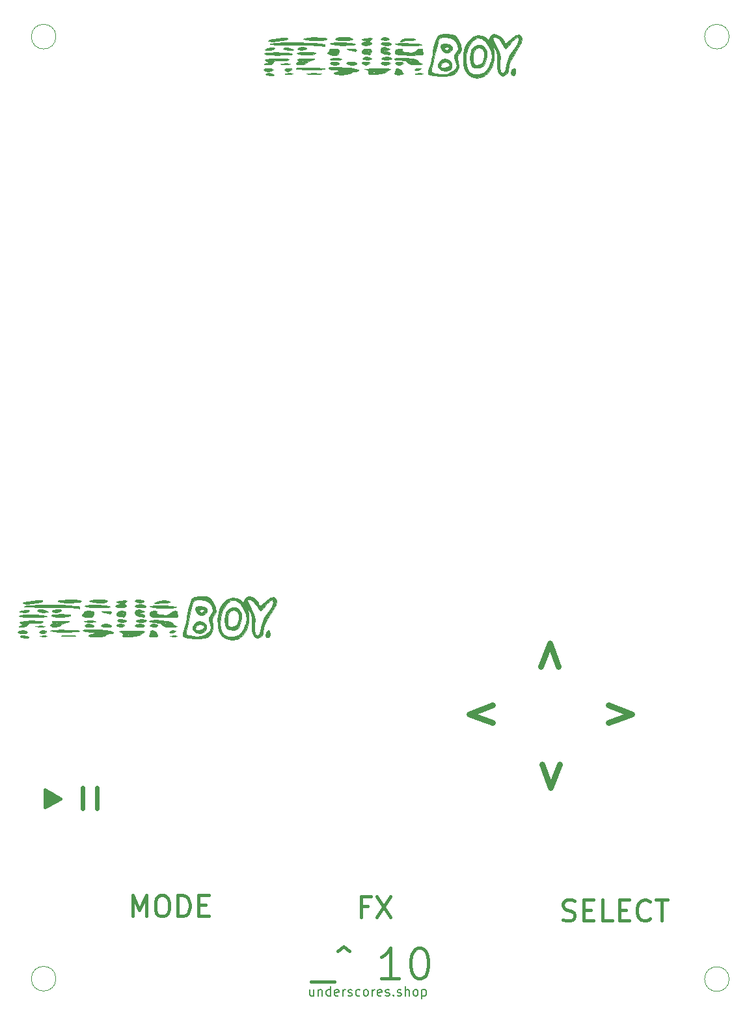
<source format=gbr>
%TF.GenerationSoftware,KiCad,Pcbnew,7.0.9*%
%TF.CreationDate,2024-08-29T12:31:07+10:00*%
%TF.ProjectId,eurorack_panel,6575726f-7261-4636-9b5f-70616e656c2e,rev?*%
%TF.SameCoordinates,Original*%
%TF.FileFunction,Legend,Top*%
%TF.FilePolarity,Positive*%
%FSLAX46Y46*%
G04 Gerber Fmt 4.6, Leading zero omitted, Abs format (unit mm)*
G04 Created by KiCad (PCBNEW 7.0.9) date 2024-08-29 12:31:07*
%MOMM*%
%LPD*%
G01*
G04 APERTURE LIST*
%ADD10C,0.050000*%
%ADD11C,0.600000*%
%ADD12C,0.800000*%
%ADD13C,0.200000*%
%ADD14C,0.450000*%
%ADD15C,0.400000*%
%ADD16C,0.010000*%
G04 APERTURE END LIST*
D10*
X59800000Y-41300000D02*
G75*
G03*
X59800000Y-41300000I-1600000J0D01*
G01*
D11*
X65100000Y-139000000D02*
X65100000Y-141700000D01*
D10*
X59800000Y-163825000D02*
G75*
G03*
X59800000Y-163825000I-1600000J0D01*
G01*
X147400000Y-41300000D02*
G75*
G03*
X147400000Y-41300000I-1600000J0D01*
G01*
D11*
X63300000Y-139000000D02*
X63300000Y-141700000D01*
D10*
X147400000Y-163875000D02*
G75*
G03*
X147400000Y-163875000I-1600000J0D01*
G01*
D12*
X131726190Y-128242209D02*
X134773810Y-129385066D01*
X134773810Y-129385066D02*
X131726190Y-130527923D01*
D13*
X93371430Y-165244742D02*
X93371430Y-166044742D01*
X92857144Y-165244742D02*
X92857144Y-165873314D01*
X92857144Y-165873314D02*
X92914287Y-165987600D01*
X92914287Y-165987600D02*
X93028572Y-166044742D01*
X93028572Y-166044742D02*
X93200001Y-166044742D01*
X93200001Y-166044742D02*
X93314287Y-165987600D01*
X93314287Y-165987600D02*
X93371430Y-165930457D01*
X93942858Y-165244742D02*
X93942858Y-166044742D01*
X93942858Y-165359028D02*
X94000001Y-165301885D01*
X94000001Y-165301885D02*
X94114286Y-165244742D01*
X94114286Y-165244742D02*
X94285715Y-165244742D01*
X94285715Y-165244742D02*
X94400001Y-165301885D01*
X94400001Y-165301885D02*
X94457144Y-165416171D01*
X94457144Y-165416171D02*
X94457144Y-166044742D01*
X95542858Y-166044742D02*
X95542858Y-164844742D01*
X95542858Y-165987600D02*
X95428572Y-166044742D01*
X95428572Y-166044742D02*
X95200000Y-166044742D01*
X95200000Y-166044742D02*
X95085715Y-165987600D01*
X95085715Y-165987600D02*
X95028572Y-165930457D01*
X95028572Y-165930457D02*
X94971429Y-165816171D01*
X94971429Y-165816171D02*
X94971429Y-165473314D01*
X94971429Y-165473314D02*
X95028572Y-165359028D01*
X95028572Y-165359028D02*
X95085715Y-165301885D01*
X95085715Y-165301885D02*
X95200000Y-165244742D01*
X95200000Y-165244742D02*
X95428572Y-165244742D01*
X95428572Y-165244742D02*
X95542858Y-165301885D01*
X96571429Y-165987600D02*
X96457143Y-166044742D01*
X96457143Y-166044742D02*
X96228572Y-166044742D01*
X96228572Y-166044742D02*
X96114286Y-165987600D01*
X96114286Y-165987600D02*
X96057143Y-165873314D01*
X96057143Y-165873314D02*
X96057143Y-165416171D01*
X96057143Y-165416171D02*
X96114286Y-165301885D01*
X96114286Y-165301885D02*
X96228572Y-165244742D01*
X96228572Y-165244742D02*
X96457143Y-165244742D01*
X96457143Y-165244742D02*
X96571429Y-165301885D01*
X96571429Y-165301885D02*
X96628572Y-165416171D01*
X96628572Y-165416171D02*
X96628572Y-165530457D01*
X96628572Y-165530457D02*
X96057143Y-165644742D01*
X97142857Y-166044742D02*
X97142857Y-165244742D01*
X97142857Y-165473314D02*
X97200000Y-165359028D01*
X97200000Y-165359028D02*
X97257143Y-165301885D01*
X97257143Y-165301885D02*
X97371428Y-165244742D01*
X97371428Y-165244742D02*
X97485714Y-165244742D01*
X97828571Y-165987600D02*
X97942857Y-166044742D01*
X97942857Y-166044742D02*
X98171428Y-166044742D01*
X98171428Y-166044742D02*
X98285714Y-165987600D01*
X98285714Y-165987600D02*
X98342857Y-165873314D01*
X98342857Y-165873314D02*
X98342857Y-165816171D01*
X98342857Y-165816171D02*
X98285714Y-165701885D01*
X98285714Y-165701885D02*
X98171428Y-165644742D01*
X98171428Y-165644742D02*
X98000000Y-165644742D01*
X98000000Y-165644742D02*
X97885714Y-165587600D01*
X97885714Y-165587600D02*
X97828571Y-165473314D01*
X97828571Y-165473314D02*
X97828571Y-165416171D01*
X97828571Y-165416171D02*
X97885714Y-165301885D01*
X97885714Y-165301885D02*
X98000000Y-165244742D01*
X98000000Y-165244742D02*
X98171428Y-165244742D01*
X98171428Y-165244742D02*
X98285714Y-165301885D01*
X99371429Y-165987600D02*
X99257143Y-166044742D01*
X99257143Y-166044742D02*
X99028571Y-166044742D01*
X99028571Y-166044742D02*
X98914286Y-165987600D01*
X98914286Y-165987600D02*
X98857143Y-165930457D01*
X98857143Y-165930457D02*
X98800000Y-165816171D01*
X98800000Y-165816171D02*
X98800000Y-165473314D01*
X98800000Y-165473314D02*
X98857143Y-165359028D01*
X98857143Y-165359028D02*
X98914286Y-165301885D01*
X98914286Y-165301885D02*
X99028571Y-165244742D01*
X99028571Y-165244742D02*
X99257143Y-165244742D01*
X99257143Y-165244742D02*
X99371429Y-165301885D01*
X100057142Y-166044742D02*
X99942857Y-165987600D01*
X99942857Y-165987600D02*
X99885714Y-165930457D01*
X99885714Y-165930457D02*
X99828571Y-165816171D01*
X99828571Y-165816171D02*
X99828571Y-165473314D01*
X99828571Y-165473314D02*
X99885714Y-165359028D01*
X99885714Y-165359028D02*
X99942857Y-165301885D01*
X99942857Y-165301885D02*
X100057142Y-165244742D01*
X100057142Y-165244742D02*
X100228571Y-165244742D01*
X100228571Y-165244742D02*
X100342857Y-165301885D01*
X100342857Y-165301885D02*
X100400000Y-165359028D01*
X100400000Y-165359028D02*
X100457142Y-165473314D01*
X100457142Y-165473314D02*
X100457142Y-165816171D01*
X100457142Y-165816171D02*
X100400000Y-165930457D01*
X100400000Y-165930457D02*
X100342857Y-165987600D01*
X100342857Y-165987600D02*
X100228571Y-166044742D01*
X100228571Y-166044742D02*
X100057142Y-166044742D01*
X100971428Y-166044742D02*
X100971428Y-165244742D01*
X100971428Y-165473314D02*
X101028571Y-165359028D01*
X101028571Y-165359028D02*
X101085714Y-165301885D01*
X101085714Y-165301885D02*
X101199999Y-165244742D01*
X101199999Y-165244742D02*
X101314285Y-165244742D01*
X102171428Y-165987600D02*
X102057142Y-166044742D01*
X102057142Y-166044742D02*
X101828571Y-166044742D01*
X101828571Y-166044742D02*
X101714285Y-165987600D01*
X101714285Y-165987600D02*
X101657142Y-165873314D01*
X101657142Y-165873314D02*
X101657142Y-165416171D01*
X101657142Y-165416171D02*
X101714285Y-165301885D01*
X101714285Y-165301885D02*
X101828571Y-165244742D01*
X101828571Y-165244742D02*
X102057142Y-165244742D01*
X102057142Y-165244742D02*
X102171428Y-165301885D01*
X102171428Y-165301885D02*
X102228571Y-165416171D01*
X102228571Y-165416171D02*
X102228571Y-165530457D01*
X102228571Y-165530457D02*
X101657142Y-165644742D01*
X102685713Y-165987600D02*
X102799999Y-166044742D01*
X102799999Y-166044742D02*
X103028570Y-166044742D01*
X103028570Y-166044742D02*
X103142856Y-165987600D01*
X103142856Y-165987600D02*
X103199999Y-165873314D01*
X103199999Y-165873314D02*
X103199999Y-165816171D01*
X103199999Y-165816171D02*
X103142856Y-165701885D01*
X103142856Y-165701885D02*
X103028570Y-165644742D01*
X103028570Y-165644742D02*
X102857142Y-165644742D01*
X102857142Y-165644742D02*
X102742856Y-165587600D01*
X102742856Y-165587600D02*
X102685713Y-165473314D01*
X102685713Y-165473314D02*
X102685713Y-165416171D01*
X102685713Y-165416171D02*
X102742856Y-165301885D01*
X102742856Y-165301885D02*
X102857142Y-165244742D01*
X102857142Y-165244742D02*
X103028570Y-165244742D01*
X103028570Y-165244742D02*
X103142856Y-165301885D01*
X103714285Y-165930457D02*
X103771428Y-165987600D01*
X103771428Y-165987600D02*
X103714285Y-166044742D01*
X103714285Y-166044742D02*
X103657142Y-165987600D01*
X103657142Y-165987600D02*
X103714285Y-165930457D01*
X103714285Y-165930457D02*
X103714285Y-166044742D01*
X104228571Y-165987600D02*
X104342857Y-166044742D01*
X104342857Y-166044742D02*
X104571428Y-166044742D01*
X104571428Y-166044742D02*
X104685714Y-165987600D01*
X104685714Y-165987600D02*
X104742857Y-165873314D01*
X104742857Y-165873314D02*
X104742857Y-165816171D01*
X104742857Y-165816171D02*
X104685714Y-165701885D01*
X104685714Y-165701885D02*
X104571428Y-165644742D01*
X104571428Y-165644742D02*
X104400000Y-165644742D01*
X104400000Y-165644742D02*
X104285714Y-165587600D01*
X104285714Y-165587600D02*
X104228571Y-165473314D01*
X104228571Y-165473314D02*
X104228571Y-165416171D01*
X104228571Y-165416171D02*
X104285714Y-165301885D01*
X104285714Y-165301885D02*
X104400000Y-165244742D01*
X104400000Y-165244742D02*
X104571428Y-165244742D01*
X104571428Y-165244742D02*
X104685714Y-165301885D01*
X105257143Y-166044742D02*
X105257143Y-164844742D01*
X105771429Y-166044742D02*
X105771429Y-165416171D01*
X105771429Y-165416171D02*
X105714286Y-165301885D01*
X105714286Y-165301885D02*
X105600000Y-165244742D01*
X105600000Y-165244742D02*
X105428571Y-165244742D01*
X105428571Y-165244742D02*
X105314286Y-165301885D01*
X105314286Y-165301885D02*
X105257143Y-165359028D01*
X106514285Y-166044742D02*
X106400000Y-165987600D01*
X106400000Y-165987600D02*
X106342857Y-165930457D01*
X106342857Y-165930457D02*
X106285714Y-165816171D01*
X106285714Y-165816171D02*
X106285714Y-165473314D01*
X106285714Y-165473314D02*
X106342857Y-165359028D01*
X106342857Y-165359028D02*
X106400000Y-165301885D01*
X106400000Y-165301885D02*
X106514285Y-165244742D01*
X106514285Y-165244742D02*
X106685714Y-165244742D01*
X106685714Y-165244742D02*
X106800000Y-165301885D01*
X106800000Y-165301885D02*
X106857143Y-165359028D01*
X106857143Y-165359028D02*
X106914285Y-165473314D01*
X106914285Y-165473314D02*
X106914285Y-165816171D01*
X106914285Y-165816171D02*
X106857143Y-165930457D01*
X106857143Y-165930457D02*
X106800000Y-165987600D01*
X106800000Y-165987600D02*
X106685714Y-166044742D01*
X106685714Y-166044742D02*
X106514285Y-166044742D01*
X107428571Y-165244742D02*
X107428571Y-166444742D01*
X107428571Y-165301885D02*
X107542857Y-165244742D01*
X107542857Y-165244742D02*
X107771428Y-165244742D01*
X107771428Y-165244742D02*
X107885714Y-165301885D01*
X107885714Y-165301885D02*
X107942857Y-165359028D01*
X107942857Y-165359028D02*
X107999999Y-165473314D01*
X107999999Y-165473314D02*
X107999999Y-165816171D01*
X107999999Y-165816171D02*
X107942857Y-165930457D01*
X107942857Y-165930457D02*
X107885714Y-165987600D01*
X107885714Y-165987600D02*
X107771428Y-166044742D01*
X107771428Y-166044742D02*
X107542857Y-166044742D01*
X107542857Y-166044742D02*
X107428571Y-165987600D01*
D14*
X58500000Y-139368528D02*
X58500000Y-141425671D01*
X58628572Y-139497100D02*
X58628572Y-141297100D01*
X58757143Y-139497100D02*
X58757143Y-141297100D01*
X58885714Y-139625671D02*
X58885714Y-141168528D01*
X59014286Y-139625671D02*
X59014286Y-141168528D01*
X59142857Y-139754242D02*
X59142857Y-141039957D01*
X59271429Y-139754242D02*
X59271429Y-141039957D01*
X59400000Y-139882814D02*
X59400000Y-140911385D01*
X59528572Y-140011385D02*
X59528572Y-140782814D01*
X59657143Y-140011385D02*
X59657143Y-140782814D01*
X59785714Y-140139957D02*
X59785714Y-140654242D01*
X59914286Y-140139957D02*
X59914286Y-140654242D01*
X60042857Y-140397100D02*
X60171429Y-140397100D01*
X60042857Y-140268528D02*
X60042857Y-140525671D01*
X58371429Y-139368528D02*
X60300000Y-140397100D01*
X60300000Y-140397100D02*
X58371429Y-141425671D01*
X60428572Y-140397100D02*
X58371429Y-141554242D01*
X58371429Y-141554242D02*
X58371429Y-139239957D01*
X58371429Y-139239957D02*
X60428572Y-140397100D01*
X69764286Y-155675671D02*
X69764286Y-152975671D01*
X69764286Y-152975671D02*
X70664286Y-154904242D01*
X70664286Y-154904242D02*
X71564286Y-152975671D01*
X71564286Y-152975671D02*
X71564286Y-155675671D01*
X73364285Y-152975671D02*
X73878571Y-152975671D01*
X73878571Y-152975671D02*
X74135714Y-153104242D01*
X74135714Y-153104242D02*
X74392857Y-153361385D01*
X74392857Y-153361385D02*
X74521428Y-153875671D01*
X74521428Y-153875671D02*
X74521428Y-154775671D01*
X74521428Y-154775671D02*
X74392857Y-155289957D01*
X74392857Y-155289957D02*
X74135714Y-155547100D01*
X74135714Y-155547100D02*
X73878571Y-155675671D01*
X73878571Y-155675671D02*
X73364285Y-155675671D01*
X73364285Y-155675671D02*
X73107143Y-155547100D01*
X73107143Y-155547100D02*
X72850000Y-155289957D01*
X72850000Y-155289957D02*
X72721428Y-154775671D01*
X72721428Y-154775671D02*
X72721428Y-153875671D01*
X72721428Y-153875671D02*
X72850000Y-153361385D01*
X72850000Y-153361385D02*
X73107143Y-153104242D01*
X73107143Y-153104242D02*
X73364285Y-152975671D01*
X75678571Y-155675671D02*
X75678571Y-152975671D01*
X75678571Y-152975671D02*
X76321428Y-152975671D01*
X76321428Y-152975671D02*
X76707142Y-153104242D01*
X76707142Y-153104242D02*
X76964285Y-153361385D01*
X76964285Y-153361385D02*
X77092856Y-153618528D01*
X77092856Y-153618528D02*
X77221428Y-154132814D01*
X77221428Y-154132814D02*
X77221428Y-154518528D01*
X77221428Y-154518528D02*
X77092856Y-155032814D01*
X77092856Y-155032814D02*
X76964285Y-155289957D01*
X76964285Y-155289957D02*
X76707142Y-155547100D01*
X76707142Y-155547100D02*
X76321428Y-155675671D01*
X76321428Y-155675671D02*
X75678571Y-155675671D01*
X78378571Y-154261385D02*
X79278571Y-154261385D01*
X79664285Y-155675671D02*
X78378571Y-155675671D01*
X78378571Y-155675671D02*
X78378571Y-152975671D01*
X78378571Y-152975671D02*
X79664285Y-152975671D01*
D12*
X122892209Y-123223809D02*
X124035066Y-120176190D01*
X124035066Y-120176190D02*
X125177923Y-123223809D01*
D14*
X125764285Y-156147100D02*
X126150000Y-156275671D01*
X126150000Y-156275671D02*
X126792857Y-156275671D01*
X126792857Y-156275671D02*
X127050000Y-156147100D01*
X127050000Y-156147100D02*
X127178571Y-156018528D01*
X127178571Y-156018528D02*
X127307142Y-155761385D01*
X127307142Y-155761385D02*
X127307142Y-155504242D01*
X127307142Y-155504242D02*
X127178571Y-155247100D01*
X127178571Y-155247100D02*
X127050000Y-155118528D01*
X127050000Y-155118528D02*
X126792857Y-154989957D01*
X126792857Y-154989957D02*
X126278571Y-154861385D01*
X126278571Y-154861385D02*
X126021428Y-154732814D01*
X126021428Y-154732814D02*
X125892857Y-154604242D01*
X125892857Y-154604242D02*
X125764285Y-154347100D01*
X125764285Y-154347100D02*
X125764285Y-154089957D01*
X125764285Y-154089957D02*
X125892857Y-153832814D01*
X125892857Y-153832814D02*
X126021428Y-153704242D01*
X126021428Y-153704242D02*
X126278571Y-153575671D01*
X126278571Y-153575671D02*
X126921428Y-153575671D01*
X126921428Y-153575671D02*
X127307142Y-153704242D01*
X128464286Y-154861385D02*
X129364286Y-154861385D01*
X129750000Y-156275671D02*
X128464286Y-156275671D01*
X128464286Y-156275671D02*
X128464286Y-153575671D01*
X128464286Y-153575671D02*
X129750000Y-153575671D01*
X132192857Y-156275671D02*
X130907143Y-156275671D01*
X130907143Y-156275671D02*
X130907143Y-153575671D01*
X133092857Y-154861385D02*
X133992857Y-154861385D01*
X134378571Y-156275671D02*
X133092857Y-156275671D01*
X133092857Y-156275671D02*
X133092857Y-153575671D01*
X133092857Y-153575671D02*
X134378571Y-153575671D01*
X137078571Y-156018528D02*
X136949999Y-156147100D01*
X136949999Y-156147100D02*
X136564285Y-156275671D01*
X136564285Y-156275671D02*
X136307142Y-156275671D01*
X136307142Y-156275671D02*
X135921428Y-156147100D01*
X135921428Y-156147100D02*
X135664285Y-155889957D01*
X135664285Y-155889957D02*
X135535714Y-155632814D01*
X135535714Y-155632814D02*
X135407142Y-155118528D01*
X135407142Y-155118528D02*
X135407142Y-154732814D01*
X135407142Y-154732814D02*
X135535714Y-154218528D01*
X135535714Y-154218528D02*
X135664285Y-153961385D01*
X135664285Y-153961385D02*
X135921428Y-153704242D01*
X135921428Y-153704242D02*
X136307142Y-153575671D01*
X136307142Y-153575671D02*
X136564285Y-153575671D01*
X136564285Y-153575671D02*
X136949999Y-153704242D01*
X136949999Y-153704242D02*
X137078571Y-153832814D01*
X137849999Y-153575671D02*
X139392857Y-153575671D01*
X138621428Y-156275671D02*
X138621428Y-153575671D01*
D15*
X93000000Y-164210628D02*
X96047619Y-164210628D01*
X96428571Y-160210628D02*
X97190476Y-159639200D01*
X97190476Y-159639200D02*
X97952380Y-160210628D01*
X104428571Y-163829676D02*
X102142856Y-163829676D01*
X103285713Y-163829676D02*
X103285713Y-159829676D01*
X103285713Y-159829676D02*
X102904761Y-160401104D01*
X102904761Y-160401104D02*
X102523809Y-160782057D01*
X102523809Y-160782057D02*
X102142856Y-160972533D01*
X106904761Y-159829676D02*
X107285714Y-159829676D01*
X107285714Y-159829676D02*
X107666666Y-160020152D01*
X107666666Y-160020152D02*
X107857142Y-160210628D01*
X107857142Y-160210628D02*
X108047618Y-160591580D01*
X108047618Y-160591580D02*
X108238095Y-161353485D01*
X108238095Y-161353485D02*
X108238095Y-162305866D01*
X108238095Y-162305866D02*
X108047618Y-163067771D01*
X108047618Y-163067771D02*
X107857142Y-163448723D01*
X107857142Y-163448723D02*
X107666666Y-163639200D01*
X107666666Y-163639200D02*
X107285714Y-163829676D01*
X107285714Y-163829676D02*
X106904761Y-163829676D01*
X106904761Y-163829676D02*
X106523809Y-163639200D01*
X106523809Y-163639200D02*
X106333333Y-163448723D01*
X106333333Y-163448723D02*
X106142856Y-163067771D01*
X106142856Y-163067771D02*
X105952380Y-162305866D01*
X105952380Y-162305866D02*
X105952380Y-161353485D01*
X105952380Y-161353485D02*
X106142856Y-160591580D01*
X106142856Y-160591580D02*
X106333333Y-160210628D01*
X106333333Y-160210628D02*
X106523809Y-160020152D01*
X106523809Y-160020152D02*
X106904761Y-159829676D01*
D14*
X100400000Y-154411385D02*
X99500000Y-154411385D01*
X99500000Y-155825671D02*
X99500000Y-153125671D01*
X99500000Y-153125671D02*
X100785714Y-153125671D01*
X101557143Y-153125671D02*
X103357143Y-155825671D01*
X103357143Y-153125671D02*
X101557143Y-155825671D01*
D12*
X125307790Y-135976190D02*
X124164933Y-139023810D01*
X124164933Y-139023810D02*
X123022076Y-135976190D01*
X116573809Y-130557790D02*
X113526190Y-129414933D01*
X113526190Y-129414933D02*
X116573809Y-128272076D01*
%TO.C,G\u002A\u002A\u002A*%
D16*
X56011909Y-119230744D02*
X56218296Y-119365257D01*
X56144853Y-119506906D01*
X55790549Y-119529358D01*
X55337988Y-119438968D01*
X55131437Y-119319101D01*
X55230922Y-119197547D01*
X55559183Y-119155000D01*
X56011909Y-119230744D01*
G36*
X56011909Y-119230744D02*
G01*
X56218296Y-119365257D01*
X56144853Y-119506906D01*
X55790549Y-119529358D01*
X55337988Y-119438968D01*
X55131437Y-119319101D01*
X55230922Y-119197547D01*
X55559183Y-119155000D01*
X56011909Y-119230744D01*
G37*
X58285827Y-117947667D02*
X58371000Y-117997243D01*
X58093676Y-118029196D01*
X57700834Y-118036127D01*
X57220577Y-118020287D01*
X57080105Y-117982358D01*
X57227494Y-117944778D01*
X57853475Y-117909958D01*
X58285827Y-117947667D01*
G36*
X58285827Y-117947667D02*
G01*
X58371000Y-117997243D01*
X58093676Y-118029196D01*
X57700834Y-118036127D01*
X57220577Y-118020287D01*
X57080105Y-117982358D01*
X57227494Y-117944778D01*
X57853475Y-117909958D01*
X58285827Y-117947667D01*
G37*
X58496786Y-118587190D02*
X58547500Y-118731666D01*
X58248951Y-118909480D01*
X58005842Y-118943333D01*
X57668731Y-118852285D01*
X57595000Y-118731666D01*
X57776515Y-118573901D01*
X58136659Y-118520000D01*
X58496786Y-118587190D01*
G36*
X58496786Y-118587190D02*
G01*
X58547500Y-118731666D01*
X58248951Y-118909480D01*
X58005842Y-118943333D01*
X57668731Y-118852285D01*
X57595000Y-118731666D01*
X57776515Y-118573901D01*
X58136659Y-118520000D01*
X58496786Y-118587190D01*
G37*
X58602885Y-119221234D02*
X58652364Y-119278449D01*
X58348398Y-119310553D01*
X58124167Y-119313287D01*
X57714257Y-119292447D01*
X57652067Y-119244640D01*
X57756218Y-119216963D01*
X58307743Y-119182884D01*
X58602885Y-119221234D01*
G36*
X58602885Y-119221234D02*
G01*
X58652364Y-119278449D01*
X58348398Y-119310553D01*
X58124167Y-119313287D01*
X57714257Y-119292447D01*
X57652067Y-119244640D01*
X57756218Y-119216963D01*
X58307743Y-119182884D01*
X58602885Y-119221234D01*
G37*
X72915288Y-117745789D02*
X73046667Y-117885000D01*
X72865527Y-118044114D01*
X72517500Y-118096666D01*
X72119713Y-118024210D01*
X71988334Y-117885000D01*
X72169474Y-117725885D01*
X72517500Y-117673333D01*
X72915288Y-117745789D01*
G36*
X72915288Y-117745789D02*
G01*
X73046667Y-117885000D01*
X72865527Y-118044114D01*
X72517500Y-118096666D01*
X72119713Y-118024210D01*
X71988334Y-117885000D01*
X72169474Y-117725885D01*
X72517500Y-117673333D01*
X72915288Y-117745789D01*
G37*
X75296222Y-118554143D02*
X75375000Y-118601146D01*
X75200475Y-118712333D01*
X74951667Y-118792996D01*
X74614147Y-118804867D01*
X74528334Y-118711850D01*
X74705790Y-118555918D01*
X74951667Y-118520000D01*
X75296222Y-118554143D01*
G36*
X75296222Y-118554143D02*
G01*
X75375000Y-118601146D01*
X75200475Y-118712333D01*
X74951667Y-118792996D01*
X74614147Y-118804867D01*
X74528334Y-118711850D01*
X74705790Y-118555918D01*
X74951667Y-118520000D01*
X75296222Y-118554143D01*
G37*
X75536218Y-119221234D02*
X75585697Y-119278449D01*
X75281732Y-119310553D01*
X75057500Y-119313287D01*
X74647590Y-119292447D01*
X74585400Y-119244640D01*
X74689551Y-119216963D01*
X75241077Y-119182884D01*
X75536218Y-119221234D01*
G36*
X75536218Y-119221234D02*
G01*
X75585697Y-119278449D01*
X75281732Y-119310553D01*
X75057500Y-119313287D01*
X74647590Y-119292447D01*
X74585400Y-119244640D01*
X74689551Y-119216963D01*
X75241077Y-119182884D01*
X75536218Y-119221234D01*
G37*
X57989198Y-115812306D02*
X58547500Y-115980000D01*
X58746221Y-116098215D01*
X58595140Y-116157367D01*
X58177084Y-116176789D01*
X57667056Y-116136549D01*
X57396490Y-116018120D01*
X57383334Y-115980000D01*
X57555979Y-115811095D01*
X57989198Y-115812306D01*
G36*
X57989198Y-115812306D02*
G01*
X58547500Y-115980000D01*
X58746221Y-116098215D01*
X58595140Y-116157367D01*
X58177084Y-116176789D01*
X57667056Y-116136549D01*
X57396490Y-116018120D01*
X57383334Y-115980000D01*
X57555979Y-115811095D01*
X57989198Y-115812306D01*
G37*
X87616534Y-118685940D02*
X87640837Y-119042666D01*
X87537354Y-119378532D01*
X87454626Y-119463460D01*
X87181129Y-119441733D01*
X87136439Y-119389220D01*
X87097837Y-119047744D01*
X87238245Y-118682120D01*
X87462646Y-118520000D01*
X87616534Y-118685940D01*
G36*
X87616534Y-118685940D02*
G01*
X87640837Y-119042666D01*
X87537354Y-119378532D01*
X87454626Y-119463460D01*
X87181129Y-119441733D01*
X87136439Y-119389220D01*
X87097837Y-119047744D01*
X87238245Y-118682120D01*
X87462646Y-118520000D01*
X87616534Y-118685940D01*
G37*
X56201341Y-115878432D02*
X56325000Y-115975860D01*
X56140313Y-116124240D01*
X55692009Y-116191334D01*
X55654722Y-116191666D01*
X55230964Y-116160972D01*
X55092317Y-116086114D01*
X55099585Y-116076525D01*
X55404014Y-115929846D01*
X55833741Y-115858683D01*
X56201341Y-115878432D01*
G36*
X56201341Y-115878432D02*
G01*
X56325000Y-115975860D01*
X56140313Y-116124240D01*
X55692009Y-116191334D01*
X55654722Y-116191666D01*
X55230964Y-116160972D01*
X55092317Y-116086114D01*
X55099585Y-116076525D01*
X55404014Y-115929846D01*
X55833741Y-115858683D01*
X56201341Y-115878432D01*
G37*
X60358967Y-115825658D02*
X60456675Y-115972738D01*
X60452500Y-115980000D01*
X60160732Y-116143847D01*
X59805008Y-116191666D01*
X59413237Y-116117617D01*
X59288334Y-115980000D01*
X59472546Y-115832493D01*
X59917594Y-115768416D01*
X59935825Y-115768333D01*
X60358967Y-115825658D01*
G36*
X60358967Y-115825658D02*
G01*
X60456675Y-115972738D01*
X60452500Y-115980000D01*
X60160732Y-116143847D01*
X59805008Y-116191666D01*
X59413237Y-116117617D01*
X59288334Y-115980000D01*
X59472546Y-115832493D01*
X59917594Y-115768416D01*
X59935825Y-115768333D01*
X60358967Y-115825658D01*
G37*
X62198750Y-119212474D02*
X62384920Y-119250333D01*
X62191950Y-119279145D01*
X61664013Y-119294287D01*
X61405000Y-119295503D01*
X60769012Y-119286310D01*
X60452347Y-119261811D01*
X60499176Y-119226628D01*
X60611250Y-119212474D01*
X61406044Y-119178224D01*
X62198750Y-119212474D01*
G36*
X62198750Y-119212474D02*
G01*
X62384920Y-119250333D01*
X62191950Y-119279145D01*
X61664013Y-119294287D01*
X61405000Y-119295503D01*
X60769012Y-119286310D01*
X60452347Y-119261811D01*
X60499176Y-119226628D01*
X60611250Y-119212474D01*
X61406044Y-119178224D01*
X62198750Y-119212474D01*
G37*
X64486524Y-117751377D02*
X64685834Y-117885000D01*
X64603122Y-118034907D01*
X64191310Y-118096564D01*
X64169159Y-118096666D01*
X63717934Y-118036447D01*
X63521922Y-117890960D01*
X63521667Y-117885000D01*
X63702418Y-117724502D01*
X64038342Y-117673333D01*
X64486524Y-117751377D01*
G36*
X64486524Y-117751377D02*
G01*
X64685834Y-117885000D01*
X64603122Y-118034907D01*
X64191310Y-118096564D01*
X64169159Y-118096666D01*
X63717934Y-118036447D01*
X63521922Y-117890960D01*
X63521667Y-117885000D01*
X63702418Y-117724502D01*
X64038342Y-117673333D01*
X64486524Y-117751377D01*
G37*
X64501142Y-117206904D02*
X64886947Y-117282530D01*
X65003334Y-117380508D01*
X64814695Y-117426970D01*
X64340329Y-117447836D01*
X64103750Y-117446789D01*
X63590290Y-117416303D01*
X63479308Y-117344082D01*
X63612954Y-117271810D01*
X64016425Y-117198635D01*
X64501142Y-117206904D01*
G36*
X64501142Y-117206904D02*
G01*
X64886947Y-117282530D01*
X65003334Y-117380508D01*
X64814695Y-117426970D01*
X64340329Y-117447836D01*
X64103750Y-117446789D01*
X63590290Y-117416303D01*
X63479308Y-117344082D01*
X63612954Y-117271810D01*
X64016425Y-117198635D01*
X64501142Y-117206904D01*
G37*
X66749663Y-117738580D02*
X67014167Y-117885000D01*
X66924742Y-118029030D01*
X66493525Y-118095104D01*
X66391659Y-118096666D01*
X65897051Y-118044322D01*
X65646109Y-117915346D01*
X65638334Y-117885000D01*
X65821975Y-117735245D01*
X66260842Y-117673333D01*
X66749663Y-117738580D01*
G36*
X66749663Y-117738580D02*
G01*
X67014167Y-117885000D01*
X66924742Y-118029030D01*
X66493525Y-118095104D01*
X66391659Y-118096666D01*
X65897051Y-118044322D01*
X65646109Y-117915346D01*
X65638334Y-117885000D01*
X65821975Y-117735245D01*
X66260842Y-117673333D01*
X66749663Y-117738580D01*
G37*
X68608592Y-117729696D02*
X68713116Y-117874925D01*
X68707500Y-117885000D01*
X68408073Y-118064663D01*
X68178334Y-118096666D01*
X67778347Y-117996564D01*
X67649167Y-117885000D01*
X67732722Y-117735837D01*
X68147042Y-117673529D01*
X68178334Y-117673333D01*
X68608592Y-117729696D01*
G36*
X68608592Y-117729696D02*
G01*
X68713116Y-117874925D01*
X68707500Y-117885000D01*
X68408073Y-118064663D01*
X68178334Y-118096666D01*
X67778347Y-117996564D01*
X67649167Y-117885000D01*
X67732722Y-117735837D01*
X68147042Y-117673529D01*
X68178334Y-117673333D01*
X68608592Y-117729696D01*
G37*
X68719857Y-117116377D02*
X68919167Y-117250000D01*
X68836455Y-117399907D01*
X68424643Y-117461564D01*
X68402492Y-117461666D01*
X67951267Y-117401447D01*
X67755255Y-117255960D01*
X67755000Y-117250000D01*
X67935752Y-117089502D01*
X68271675Y-117038333D01*
X68719857Y-117116377D01*
G36*
X68719857Y-117116377D02*
G01*
X68919167Y-117250000D01*
X68836455Y-117399907D01*
X68424643Y-117461564D01*
X68402492Y-117461666D01*
X67951267Y-117401447D01*
X67755255Y-117255960D01*
X67755000Y-117250000D01*
X67935752Y-117089502D01*
X68271675Y-117038333D01*
X68719857Y-117116377D01*
G37*
X71048190Y-114576377D02*
X71247500Y-114710000D01*
X71164789Y-114859907D01*
X70752977Y-114921564D01*
X70730825Y-114921666D01*
X70279601Y-114861447D01*
X70083589Y-114715960D01*
X70083334Y-114710000D01*
X70264085Y-114549502D01*
X70600008Y-114498333D01*
X71048190Y-114576377D01*
G36*
X71048190Y-114576377D02*
G01*
X71247500Y-114710000D01*
X71164789Y-114859907D01*
X70752977Y-114921564D01*
X70730825Y-114921666D01*
X70279601Y-114861447D01*
X70083589Y-114715960D01*
X70083334Y-114710000D01*
X70264085Y-114549502D01*
X70600008Y-114498333D01*
X71048190Y-114576377D01*
G37*
X71194663Y-115198580D02*
X71459167Y-115345000D01*
X71369742Y-115489030D01*
X70938525Y-115555104D01*
X70836659Y-115556666D01*
X70342051Y-115504322D01*
X70091109Y-115375346D01*
X70083334Y-115345000D01*
X70266975Y-115195245D01*
X70705842Y-115133333D01*
X71194663Y-115198580D01*
G36*
X71194663Y-115198580D02*
G01*
X71459167Y-115345000D01*
X71369742Y-115489030D01*
X70938525Y-115555104D01*
X70836659Y-115556666D01*
X70342051Y-115504322D01*
X70091109Y-115375346D01*
X70083334Y-115345000D01*
X70266975Y-115195245D01*
X70705842Y-115133333D01*
X71194663Y-115198580D01*
G37*
X71382917Y-117100775D02*
X71565000Y-117250000D01*
X71378707Y-117388973D01*
X70919679Y-117459481D01*
X70811675Y-117461666D01*
X70330054Y-117411529D01*
X70176868Y-117278893D01*
X70189167Y-117250000D01*
X70475307Y-117097501D01*
X70942492Y-117038333D01*
X71382917Y-117100775D01*
G36*
X71382917Y-117100775D02*
G01*
X71565000Y-117250000D01*
X71378707Y-117388973D01*
X70919679Y-117459481D01*
X70811675Y-117461666D01*
X70330054Y-117411529D01*
X70176868Y-117278893D01*
X70189167Y-117250000D01*
X70475307Y-117097501D01*
X70942492Y-117038333D01*
X71382917Y-117100775D01*
G37*
X55924188Y-118581310D02*
X56113285Y-118729033D01*
X56113334Y-118731666D01*
X55929402Y-118880284D01*
X55486234Y-118943317D01*
X55478334Y-118943333D01*
X55032479Y-118882022D01*
X54843382Y-118734300D01*
X54843334Y-118731666D01*
X55027265Y-118583048D01*
X55470433Y-118520016D01*
X55478334Y-118520000D01*
X55924188Y-118581310D01*
G36*
X55924188Y-118581310D02*
G01*
X56113285Y-118729033D01*
X56113334Y-118731666D01*
X55929402Y-118880284D01*
X55486234Y-118943317D01*
X55478334Y-118943333D01*
X55032479Y-118882022D01*
X54843382Y-118734300D01*
X54843334Y-118731666D01*
X55027265Y-118583048D01*
X55470433Y-118520016D01*
X55478334Y-118520000D01*
X55924188Y-118581310D01*
G37*
X61264882Y-116428410D02*
X61637937Y-116492324D01*
X61634824Y-116602535D01*
X61616667Y-116615000D01*
X61209567Y-116746562D01*
X60604439Y-116810876D01*
X59958714Y-116807941D01*
X59429824Y-116737758D01*
X59182500Y-116615000D01*
X59299894Y-116496176D01*
X59800713Y-116425049D01*
X60492925Y-116406574D01*
X61264882Y-116428410D01*
G36*
X61264882Y-116428410D02*
G01*
X61637937Y-116492324D01*
X61634824Y-116602535D01*
X61616667Y-116615000D01*
X61209567Y-116746562D01*
X60604439Y-116810876D01*
X59958714Y-116807941D01*
X59429824Y-116737758D01*
X59182500Y-116615000D01*
X59299894Y-116496176D01*
X59800713Y-116425049D01*
X60492925Y-116406574D01*
X61264882Y-116428410D01*
G37*
X65958371Y-114533129D02*
X66381225Y-114622889D01*
X66485000Y-114710000D01*
X66293620Y-114825915D01*
X65799939Y-114902798D01*
X65320834Y-114921666D01*
X64683296Y-114886870D01*
X64260442Y-114797110D01*
X64156667Y-114710000D01*
X64348047Y-114594084D01*
X64841728Y-114517201D01*
X65320834Y-114498333D01*
X65958371Y-114533129D01*
G36*
X65958371Y-114533129D02*
G01*
X66381225Y-114622889D01*
X66485000Y-114710000D01*
X66293620Y-114825915D01*
X65799939Y-114902798D01*
X65320834Y-114921666D01*
X64683296Y-114886870D01*
X64260442Y-114797110D01*
X64156667Y-114710000D01*
X64348047Y-114594084D01*
X64841728Y-114517201D01*
X65320834Y-114498333D01*
X65958371Y-114533129D01*
G37*
X66851677Y-116035190D02*
X67027784Y-116154375D01*
X67014167Y-116191666D01*
X66863195Y-116374886D01*
X66842925Y-116378290D01*
X66632980Y-116314559D01*
X66182196Y-116195409D01*
X66167500Y-116191666D01*
X65778763Y-116086137D01*
X65751482Y-116035888D01*
X66111847Y-116012374D01*
X66338742Y-116005043D01*
X66851677Y-116035190D01*
G36*
X66851677Y-116035190D02*
G01*
X67027784Y-116154375D01*
X67014167Y-116191666D01*
X66863195Y-116374886D01*
X66842925Y-116378290D01*
X66632980Y-116314559D01*
X66182196Y-116195409D01*
X66167500Y-116191666D01*
X65778763Y-116086137D01*
X65751482Y-116035888D01*
X66111847Y-116012374D01*
X66338742Y-116005043D01*
X66851677Y-116035190D01*
G37*
X71164188Y-117734643D02*
X71353285Y-117882366D01*
X71353334Y-117885000D01*
X71169402Y-118033618D01*
X70726234Y-118096650D01*
X70718334Y-118096666D01*
X70272479Y-118035356D01*
X70083382Y-117887633D01*
X70083334Y-117885000D01*
X70267265Y-117736381D01*
X70710433Y-117673349D01*
X70718334Y-117673333D01*
X71164188Y-117734643D01*
G36*
X71164188Y-117734643D02*
G01*
X71353285Y-117882366D01*
X71353334Y-117885000D01*
X71169402Y-118033618D01*
X70726234Y-118096650D01*
X70718334Y-118096666D01*
X70272479Y-118035356D01*
X70083382Y-117887633D01*
X70083334Y-117885000D01*
X70267265Y-117736381D01*
X70710433Y-117673349D01*
X70718334Y-117673333D01*
X71164188Y-117734643D01*
G37*
X58000695Y-114630768D02*
X58030665Y-114747246D01*
X57790896Y-114847142D01*
X57222787Y-114947762D01*
X56695417Y-115016230D01*
X55987174Y-115070057D01*
X55563678Y-115033917D01*
X55478334Y-114963108D01*
X55666233Y-114856218D01*
X56135921Y-114746717D01*
X56746387Y-114653185D01*
X57356616Y-114594199D01*
X57825595Y-114588341D01*
X58000695Y-114630768D01*
G36*
X58000695Y-114630768D02*
G01*
X58030665Y-114747246D01*
X57790896Y-114847142D01*
X57222787Y-114947762D01*
X56695417Y-115016230D01*
X55987174Y-115070057D01*
X55563678Y-115033917D01*
X55478334Y-114963108D01*
X55666233Y-114856218D01*
X56135921Y-114746717D01*
X56746387Y-114653185D01*
X57356616Y-114594199D01*
X57825595Y-114588341D01*
X58000695Y-114630768D01*
G37*
X72787431Y-118702735D02*
X73032814Y-119137827D01*
X73046667Y-119278145D01*
X72861804Y-119339395D01*
X72414060Y-119366585D01*
X72385749Y-119366666D01*
X71955069Y-119332709D01*
X71880322Y-119202337D01*
X71960580Y-119082608D01*
X72094853Y-118773963D01*
X72057053Y-118659274D01*
X72115094Y-118549707D01*
X72353743Y-118520000D01*
X72787431Y-118702735D01*
G36*
X72787431Y-118702735D02*
G01*
X73032814Y-119137827D01*
X73046667Y-119278145D01*
X72861804Y-119339395D01*
X72414060Y-119366585D01*
X72385749Y-119366666D01*
X71955069Y-119332709D01*
X71880322Y-119202337D01*
X71960580Y-119082608D01*
X72094853Y-118773963D01*
X72057053Y-118659274D01*
X72115094Y-118549707D01*
X72353743Y-118520000D01*
X72787431Y-118702735D01*
G37*
X74327538Y-114648682D02*
X74623584Y-114741648D01*
X74579556Y-114858912D01*
X74198342Y-114918826D01*
X74058812Y-114921666D01*
X73448521Y-114956113D01*
X72986790Y-115040057D01*
X72958145Y-115050145D01*
X72675336Y-115059758D01*
X72623334Y-114966545D01*
X72808562Y-114815238D01*
X73259293Y-114700025D01*
X73818095Y-114638606D01*
X74327538Y-114648682D01*
G36*
X74327538Y-114648682D02*
G01*
X74623584Y-114741648D01*
X74579556Y-114858912D01*
X74198342Y-114918826D01*
X74058812Y-114921666D01*
X73448521Y-114956113D01*
X72986790Y-115040057D01*
X72958145Y-115050145D01*
X72675336Y-115059758D01*
X72623334Y-114966545D01*
X72808562Y-114815238D01*
X73259293Y-114700025D01*
X73818095Y-114638606D01*
X74327538Y-114648682D01*
G37*
X65214479Y-115184743D02*
X66181565Y-115241513D01*
X66729341Y-115324129D01*
X66857780Y-115414547D01*
X66566858Y-115494723D01*
X65856549Y-115546612D01*
X65215000Y-115556666D01*
X64368811Y-115531672D01*
X63780228Y-115463145D01*
X63526171Y-115360768D01*
X63521667Y-115343493D01*
X63722156Y-115239107D01*
X64283338Y-115183597D01*
X65144782Y-115182631D01*
X65214479Y-115184743D01*
G36*
X65214479Y-115184743D02*
G01*
X66181565Y-115241513D01*
X66729341Y-115324129D01*
X66857780Y-115414547D01*
X66566858Y-115494723D01*
X65856549Y-115546612D01*
X65215000Y-115556666D01*
X64368811Y-115531672D01*
X63780228Y-115463145D01*
X63526171Y-115360768D01*
X63521667Y-115343493D01*
X63722156Y-115239107D01*
X64283338Y-115183597D01*
X65144782Y-115182631D01*
X65214479Y-115184743D01*
G37*
X57241676Y-116502351D02*
X57936641Y-116552134D01*
X58431619Y-116628073D01*
X58590721Y-116693498D01*
X58455033Y-116751094D01*
X57981041Y-116796151D01*
X57253726Y-116822450D01*
X56771119Y-116826666D01*
X55801242Y-116805650D01*
X55181180Y-116745047D01*
X54942834Y-116648526D01*
X54947935Y-116616992D01*
X55199851Y-116536045D01*
X55748980Y-116491696D01*
X56471022Y-116481335D01*
X57241676Y-116502351D01*
G36*
X57241676Y-116502351D02*
G01*
X57936641Y-116552134D01*
X58431619Y-116628073D01*
X58590721Y-116693498D01*
X58455033Y-116751094D01*
X57981041Y-116796151D01*
X57253726Y-116822450D01*
X56771119Y-116826666D01*
X55801242Y-116805650D01*
X55181180Y-116745047D01*
X54942834Y-116648526D01*
X54947935Y-116616992D01*
X55199851Y-116536045D01*
X55748980Y-116491696D01*
X56471022Y-116481335D01*
X57241676Y-116502351D01*
G37*
X62269807Y-114554727D02*
X62831024Y-114616382D01*
X63091396Y-114706086D01*
X63098334Y-114724502D01*
X62908735Y-114824883D01*
X62425142Y-114888983D01*
X61775358Y-114916539D01*
X61087187Y-114907294D01*
X60488432Y-114860985D01*
X60106896Y-114777353D01*
X60041977Y-114730727D01*
X60176599Y-114637872D01*
X60646150Y-114568666D01*
X61362392Y-114534951D01*
X61511152Y-114533563D01*
X62269807Y-114554727D01*
G36*
X62269807Y-114554727D02*
G01*
X62831024Y-114616382D01*
X63091396Y-114706086D01*
X63098334Y-114724502D01*
X62908735Y-114824883D01*
X62425142Y-114888983D01*
X61775358Y-114916539D01*
X61087187Y-114907294D01*
X60488432Y-114860985D01*
X60106896Y-114777353D01*
X60041977Y-114730727D01*
X60176599Y-114637872D01*
X60646150Y-114568666D01*
X61362392Y-114534951D01*
X61511152Y-114533563D01*
X62269807Y-114554727D01*
G37*
X61223162Y-118451644D02*
X61948682Y-118478347D01*
X62518414Y-118526027D01*
X62816689Y-118593768D01*
X62828178Y-118602621D01*
X62690858Y-118658606D01*
X62215707Y-118702337D01*
X61488183Y-118727726D01*
X61016945Y-118731666D01*
X60169565Y-118715627D01*
X59509810Y-118672613D01*
X59131257Y-118610280D01*
X59076605Y-118572916D01*
X59268577Y-118506553D01*
X59767440Y-118464831D01*
X60457525Y-118446833D01*
X61223162Y-118451644D01*
G36*
X61223162Y-118451644D02*
G01*
X61948682Y-118478347D01*
X62518414Y-118526027D01*
X62816689Y-118593768D01*
X62828178Y-118602621D01*
X62690858Y-118658606D01*
X62215707Y-118702337D01*
X61488183Y-118727726D01*
X61016945Y-118731666D01*
X60169565Y-118715627D01*
X59509810Y-118672613D01*
X59131257Y-118610280D01*
X59076605Y-118572916D01*
X59268577Y-118506553D01*
X59767440Y-118464831D01*
X60457525Y-118446833D01*
X61223162Y-118451644D01*
G37*
X74116963Y-115315611D02*
X74825776Y-115358307D01*
X75370750Y-115421579D01*
X75375000Y-115422315D01*
X75489007Y-115477962D01*
X75273049Y-115532190D01*
X74820454Y-115577772D01*
X74224551Y-115607480D01*
X73578668Y-115614089D01*
X73099584Y-115598521D01*
X72478598Y-115536197D01*
X72075265Y-115444724D01*
X71988334Y-115379935D01*
X72179998Y-115325653D01*
X72676824Y-115297817D01*
X73361563Y-115294958D01*
X74116963Y-115315611D01*
G36*
X74116963Y-115315611D02*
G01*
X74825776Y-115358307D01*
X75370750Y-115421579D01*
X75375000Y-115422315D01*
X75489007Y-115477962D01*
X75273049Y-115532190D01*
X74820454Y-115577772D01*
X74224551Y-115607480D01*
X73578668Y-115614089D01*
X73099584Y-115598521D01*
X72478598Y-115536197D01*
X72075265Y-115444724D01*
X71988334Y-115379935D01*
X72179998Y-115325653D01*
X72676824Y-115297817D01*
X73361563Y-115294958D01*
X74116963Y-115315611D01*
G37*
X64567699Y-116015814D02*
X64738329Y-116151995D01*
X64708479Y-116314811D01*
X64596409Y-116652231D01*
X64580000Y-116738145D01*
X64404723Y-116824035D01*
X64001007Y-116827399D01*
X63552029Y-116764630D01*
X63240962Y-116652124D01*
X63204167Y-116615000D01*
X63227972Y-116420266D01*
X63310000Y-116403333D01*
X63448031Y-116274395D01*
X63415834Y-116191666D01*
X63506576Y-116048779D01*
X63941459Y-115982020D01*
X64060988Y-115980000D01*
X64567699Y-116015814D01*
G36*
X64567699Y-116015814D02*
G01*
X64738329Y-116151995D01*
X64708479Y-116314811D01*
X64596409Y-116652231D01*
X64580000Y-116738145D01*
X64404723Y-116824035D01*
X64001007Y-116827399D01*
X63552029Y-116764630D01*
X63240962Y-116652124D01*
X63204167Y-116615000D01*
X63227972Y-116420266D01*
X63310000Y-116403333D01*
X63448031Y-116274395D01*
X63415834Y-116191666D01*
X63506576Y-116048779D01*
X63941459Y-115982020D01*
X64060988Y-115980000D01*
X64567699Y-116015814D01*
G37*
X71071438Y-115917338D02*
X71301900Y-116039048D01*
X71168614Y-116141349D01*
X70930000Y-116213739D01*
X70575522Y-116322248D01*
X70616872Y-116366365D01*
X70877084Y-116382234D01*
X71249245Y-116478693D01*
X71353334Y-116615000D01*
X71234448Y-116798278D01*
X71194584Y-116797841D01*
X70877849Y-116738233D01*
X70559584Y-116677286D01*
X70162134Y-116442418D01*
X70083334Y-116176945D01*
X70230703Y-115835172D01*
X70672745Y-115797270D01*
X71071438Y-115917338D01*
G36*
X71071438Y-115917338D02*
G01*
X71301900Y-116039048D01*
X71168614Y-116141349D01*
X70930000Y-116213739D01*
X70575522Y-116322248D01*
X70616872Y-116366365D01*
X70877084Y-116382234D01*
X71249245Y-116478693D01*
X71353334Y-116615000D01*
X71234448Y-116798278D01*
X71194584Y-116797841D01*
X70877849Y-116738233D01*
X70559584Y-116677286D01*
X70162134Y-116442418D01*
X70083334Y-116176945D01*
X70230703Y-115835172D01*
X70672745Y-115797270D01*
X71071438Y-115917338D01*
G37*
X68808330Y-116032654D02*
X68904873Y-116247638D01*
X68874664Y-116403333D01*
X68730696Y-116732455D01*
X68629897Y-116797841D01*
X68334571Y-116738259D01*
X68031287Y-116678820D01*
X67698033Y-116507814D01*
X67696011Y-116297500D01*
X68390000Y-116297500D01*
X68495834Y-116403333D01*
X68601667Y-116297500D01*
X68495834Y-116191666D01*
X68390000Y-116297500D01*
X67696011Y-116297500D01*
X67695699Y-116265057D01*
X67970266Y-116054962D01*
X68392830Y-115980000D01*
X68808330Y-116032654D01*
G36*
X68808330Y-116032654D02*
G01*
X68904873Y-116247638D01*
X68874664Y-116403333D01*
X68730696Y-116732455D01*
X68629897Y-116797841D01*
X68334571Y-116738259D01*
X68031287Y-116678820D01*
X67698033Y-116507814D01*
X67696011Y-116297500D01*
X68390000Y-116297500D01*
X68495834Y-116403333D01*
X68601667Y-116297500D01*
X68495834Y-116191666D01*
X68390000Y-116297500D01*
X67696011Y-116297500D01*
X67695699Y-116265057D01*
X67970266Y-116054962D01*
X68392830Y-115980000D01*
X68808330Y-116032654D01*
G37*
X69030520Y-114680746D02*
X68895222Y-114870251D01*
X68807204Y-114929934D01*
X68627010Y-115091317D01*
X68772909Y-115130092D01*
X68948274Y-115251124D01*
X68919167Y-115345000D01*
X68633026Y-115497498D01*
X68165842Y-115556666D01*
X67725417Y-115494224D01*
X67543334Y-115345000D01*
X67723270Y-115171623D01*
X68019584Y-115112234D01*
X68332830Y-115087357D01*
X68261116Y-115027293D01*
X67966667Y-114938054D01*
X67649969Y-114831991D01*
X67678933Y-114761067D01*
X68087894Y-114681271D01*
X68178334Y-114666741D01*
X68784024Y-114609756D01*
X69030520Y-114680746D01*
G36*
X69030520Y-114680746D02*
G01*
X68895222Y-114870251D01*
X68807204Y-114929934D01*
X68627010Y-115091317D01*
X68772909Y-115130092D01*
X68948274Y-115251124D01*
X68919167Y-115345000D01*
X68633026Y-115497498D01*
X68165842Y-115556666D01*
X67725417Y-115494224D01*
X67543334Y-115345000D01*
X67723270Y-115171623D01*
X68019584Y-115112234D01*
X68332830Y-115087357D01*
X68261116Y-115027293D01*
X67966667Y-114938054D01*
X67649969Y-114831991D01*
X67678933Y-114761067D01*
X68087894Y-114681271D01*
X68178334Y-114666741D01*
X68784024Y-114609756D01*
X69030520Y-114680746D01*
G37*
X79121599Y-115452251D02*
X79439851Y-115726129D01*
X79420237Y-116094814D01*
X79283021Y-116275074D01*
X78928073Y-116560003D01*
X78600265Y-116548692D01*
X78285417Y-116386379D01*
X77975772Y-116019078D01*
X77966683Y-115980000D01*
X78444167Y-115980000D01*
X78705040Y-116183415D01*
X78761667Y-116191666D01*
X79035782Y-116038422D01*
X79079167Y-115980000D01*
X79012688Y-115814929D01*
X78761667Y-115768333D01*
X78461209Y-115847887D01*
X78444167Y-115980000D01*
X77966683Y-115980000D01*
X77915000Y-115757815D01*
X78025055Y-115449387D01*
X78422026Y-115346843D01*
X78524083Y-115345000D01*
X79121599Y-115452251D01*
G36*
X79121599Y-115452251D02*
G01*
X79439851Y-115726129D01*
X79420237Y-116094814D01*
X79283021Y-116275074D01*
X78928073Y-116560003D01*
X78600265Y-116548692D01*
X78285417Y-116386379D01*
X77975772Y-116019078D01*
X77966683Y-115980000D01*
X78444167Y-115980000D01*
X78705040Y-116183415D01*
X78761667Y-116191666D01*
X79035782Y-116038422D01*
X79079167Y-115980000D01*
X79012688Y-115814929D01*
X78761667Y-115768333D01*
X78461209Y-115847887D01*
X78444167Y-115980000D01*
X77966683Y-115980000D01*
X77915000Y-115757815D01*
X78025055Y-115449387D01*
X78422026Y-115346843D01*
X78524083Y-115345000D01*
X79121599Y-115452251D01*
G37*
X78987249Y-117469113D02*
X79336889Y-117855698D01*
X79349496Y-118356673D01*
X79142667Y-118689333D01*
X78635322Y-118928166D01*
X78034534Y-118795247D01*
X77833971Y-118670144D01*
X77591451Y-118413733D01*
X77598328Y-118316904D01*
X77931922Y-118316904D01*
X78105726Y-118486073D01*
X78497084Y-118481142D01*
X78942075Y-118327834D01*
X79079167Y-118099565D01*
X78913761Y-117810300D01*
X78550947Y-117703997D01*
X78190831Y-117818035D01*
X78102355Y-117917090D01*
X77931922Y-118316904D01*
X77598328Y-118316904D01*
X77615023Y-118081865D01*
X77721657Y-117823478D01*
X78053981Y-117361720D01*
X78501309Y-117279214D01*
X78987249Y-117469113D01*
G36*
X78987249Y-117469113D02*
G01*
X79336889Y-117855698D01*
X79349496Y-118356673D01*
X79142667Y-118689333D01*
X78635322Y-118928166D01*
X78034534Y-118795247D01*
X77833971Y-118670144D01*
X77591451Y-118413733D01*
X77598328Y-118316904D01*
X77931922Y-118316904D01*
X78105726Y-118486073D01*
X78497084Y-118481142D01*
X78942075Y-118327834D01*
X79079167Y-118099565D01*
X78913761Y-117810300D01*
X78550947Y-117703997D01*
X78190831Y-117818035D01*
X78102355Y-117917090D01*
X77931922Y-118316904D01*
X77598328Y-118316904D01*
X77615023Y-118081865D01*
X77721657Y-117823478D01*
X78053981Y-117361720D01*
X78501309Y-117279214D01*
X78987249Y-117469113D01*
G37*
X57398044Y-117272159D02*
X57925315Y-117330875D01*
X58143385Y-117414508D01*
X58140573Y-117435121D01*
X57878495Y-117534937D01*
X57349544Y-117572040D01*
X57069747Y-117563601D01*
X56439901Y-117565609D01*
X56151764Y-117680992D01*
X56113334Y-117801813D01*
X55921044Y-118024783D01*
X55425417Y-118075567D01*
X54984752Y-118053164D01*
X54938239Y-118002357D01*
X55256749Y-117888178D01*
X55266667Y-117885000D01*
X55567756Y-117756135D01*
X55451154Y-117696161D01*
X55425417Y-117694432D01*
X55110758Y-117576179D01*
X55055000Y-117461666D01*
X55252113Y-117355234D01*
X55786258Y-117280976D01*
X56571649Y-117250243D01*
X56654992Y-117250000D01*
X57398044Y-117272159D01*
G36*
X57398044Y-117272159D02*
G01*
X57925315Y-117330875D01*
X58143385Y-117414508D01*
X58140573Y-117435121D01*
X57878495Y-117534937D01*
X57349544Y-117572040D01*
X57069747Y-117563601D01*
X56439901Y-117565609D01*
X56151764Y-117680992D01*
X56113334Y-117801813D01*
X55921044Y-118024783D01*
X55425417Y-118075567D01*
X54984752Y-118053164D01*
X54938239Y-118002357D01*
X55256749Y-117888178D01*
X55266667Y-117885000D01*
X55567756Y-117756135D01*
X55451154Y-117696161D01*
X55425417Y-117694432D01*
X55110758Y-117576179D01*
X55055000Y-117461666D01*
X55252113Y-117355234D01*
X55786258Y-117280976D01*
X56571649Y-117250243D01*
X56654992Y-117250000D01*
X57398044Y-117272159D01*
G37*
X59555589Y-115201516D02*
X60602368Y-115227916D01*
X61542893Y-115270546D01*
X62286793Y-115327519D01*
X62743699Y-115396948D01*
X62836899Y-115436343D01*
X62859488Y-115653628D01*
X62851389Y-115662500D01*
X62635147Y-115657184D01*
X62624658Y-115647436D01*
X62383868Y-115607665D01*
X61789720Y-115571566D01*
X60912189Y-115541598D01*
X59821248Y-115520222D01*
X58726464Y-115510411D01*
X57410128Y-115501288D01*
X56485948Y-115485220D01*
X55922769Y-115459650D01*
X55689436Y-115422021D01*
X55754795Y-115369775D01*
X56087690Y-115300357D01*
X56113334Y-115295958D01*
X56681428Y-115238567D01*
X57504749Y-115204955D01*
X58492926Y-115193234D01*
X59555589Y-115201516D01*
G36*
X59555589Y-115201516D02*
G01*
X60602368Y-115227916D01*
X61542893Y-115270546D01*
X62286793Y-115327519D01*
X62743699Y-115396948D01*
X62836899Y-115436343D01*
X62859488Y-115653628D01*
X62851389Y-115662500D01*
X62635147Y-115657184D01*
X62624658Y-115647436D01*
X62383868Y-115607665D01*
X61789720Y-115571566D01*
X60912189Y-115541598D01*
X59821248Y-115520222D01*
X58726464Y-115510411D01*
X57410128Y-115501288D01*
X56485948Y-115485220D01*
X55922769Y-115459650D01*
X55689436Y-115422021D01*
X55754795Y-115369775D01*
X56087690Y-115300357D01*
X56113334Y-115295958D01*
X56681428Y-115238567D01*
X57504749Y-115204955D01*
X58492926Y-115193234D01*
X59555589Y-115201516D01*
G37*
X64693008Y-118389078D02*
X65470565Y-118436909D01*
X66220078Y-118515199D01*
X66829753Y-118616685D01*
X67187798Y-118734100D01*
X67215250Y-118754794D01*
X67200312Y-118893532D01*
X66844833Y-118943333D01*
X66427229Y-119010872D01*
X66273334Y-119155000D01*
X66081588Y-119269141D01*
X65585390Y-119345991D01*
X65066833Y-119366666D01*
X64400913Y-119337361D01*
X64067748Y-119256157D01*
X64061417Y-119172923D01*
X64413437Y-118987489D01*
X64791667Y-118884248D01*
X64924182Y-118825944D01*
X64677144Y-118779488D01*
X64315417Y-118760491D01*
X63715555Y-118699359D01*
X63359278Y-118575706D01*
X63310000Y-118500998D01*
X63500932Y-118413858D01*
X63999199Y-118378972D01*
X64693008Y-118389078D01*
G36*
X64693008Y-118389078D02*
G01*
X65470565Y-118436909D01*
X66220078Y-118515199D01*
X66829753Y-118616685D01*
X67187798Y-118734100D01*
X67215250Y-118754794D01*
X67200312Y-118893532D01*
X66844833Y-118943333D01*
X66427229Y-119010872D01*
X66273334Y-119155000D01*
X66081588Y-119269141D01*
X65585390Y-119345991D01*
X65066833Y-119366666D01*
X64400913Y-119337361D01*
X64067748Y-119256157D01*
X64061417Y-119172923D01*
X64413437Y-118987489D01*
X64791667Y-118884248D01*
X64924182Y-118825944D01*
X64677144Y-118779488D01*
X64315417Y-118760491D01*
X63715555Y-118699359D01*
X63359278Y-118575706D01*
X63310000Y-118500998D01*
X63500932Y-118413858D01*
X63999199Y-118378972D01*
X64693008Y-118389078D01*
G37*
X73483957Y-117196149D02*
X74155396Y-117277142D01*
X74684498Y-117395653D01*
X74943515Y-117540118D01*
X74951667Y-117570839D01*
X75131554Y-117827953D01*
X75427917Y-117947286D01*
X75511151Y-118001611D01*
X75232217Y-118046888D01*
X74815563Y-118067841D01*
X74091822Y-118044482D01*
X73705514Y-117913648D01*
X73605123Y-117779166D01*
X73328194Y-117567500D01*
X73893334Y-117567500D01*
X73999167Y-117673333D01*
X74105000Y-117567500D01*
X73999167Y-117461666D01*
X73893334Y-117567500D01*
X73328194Y-117567500D01*
X73294217Y-117541531D01*
X72598871Y-117461678D01*
X72587643Y-117461666D01*
X72090961Y-117427932D01*
X71873459Y-117342699D01*
X71893084Y-117293934D01*
X72225054Y-117192980D01*
X72797928Y-117164239D01*
X73483957Y-117196149D01*
G36*
X73483957Y-117196149D02*
G01*
X74155396Y-117277142D01*
X74684498Y-117395653D01*
X74943515Y-117540118D01*
X74951667Y-117570839D01*
X75131554Y-117827953D01*
X75427917Y-117947286D01*
X75511151Y-118001611D01*
X75232217Y-118046888D01*
X74815563Y-118067841D01*
X74091822Y-118044482D01*
X73705514Y-117913648D01*
X73605123Y-117779166D01*
X73328194Y-117567500D01*
X73893334Y-117567500D01*
X73999167Y-117673333D01*
X74105000Y-117567500D01*
X73999167Y-117461666D01*
X73893334Y-117567500D01*
X73328194Y-117567500D01*
X73294217Y-117541531D01*
X72598871Y-117461678D01*
X72587643Y-117461666D01*
X72090961Y-117427932D01*
X71873459Y-117342699D01*
X71893084Y-117293934D01*
X72225054Y-117192980D01*
X72797928Y-117164239D01*
X73483957Y-117196149D01*
G37*
X75528581Y-116039785D02*
X75517948Y-116119274D01*
X75512012Y-116373788D01*
X75614421Y-116542608D01*
X75659786Y-116678180D01*
X75482920Y-116763766D01*
X75022662Y-116809614D01*
X74217848Y-116825974D01*
X73919251Y-116826666D01*
X73006869Y-116819770D01*
X72437688Y-116787379D01*
X72131649Y-116711943D01*
X72008696Y-116575908D01*
X71988334Y-116403333D01*
X72097998Y-116083930D01*
X72494306Y-115983935D01*
X72570417Y-115983241D01*
X72935420Y-116025484D01*
X72893869Y-116149821D01*
X72871225Y-116164799D01*
X72846053Y-116305590D01*
X73243454Y-116428363D01*
X73506225Y-116470445D01*
X74183218Y-116509676D01*
X74570813Y-116378251D01*
X74657502Y-116288887D01*
X75056340Y-116020166D01*
X75274863Y-115980000D01*
X75528581Y-116039785D01*
G36*
X75528581Y-116039785D02*
G01*
X75517948Y-116119274D01*
X75512012Y-116373788D01*
X75614421Y-116542608D01*
X75659786Y-116678180D01*
X75482920Y-116763766D01*
X75022662Y-116809614D01*
X74217848Y-116825974D01*
X73919251Y-116826666D01*
X73006869Y-116819770D01*
X72437688Y-116787379D01*
X72131649Y-116711943D01*
X72008696Y-116575908D01*
X71988334Y-116403333D01*
X72097998Y-116083930D01*
X72494306Y-115983935D01*
X72570417Y-115983241D01*
X72935420Y-116025484D01*
X72893869Y-116149821D01*
X72871225Y-116164799D01*
X72846053Y-116305590D01*
X73243454Y-116428363D01*
X73506225Y-116470445D01*
X74183218Y-116509676D01*
X74570813Y-116378251D01*
X74657502Y-116288887D01*
X75056340Y-116020166D01*
X75274863Y-115980000D01*
X75528581Y-116039785D01*
G37*
X70400848Y-118573103D02*
X71022571Y-118597549D01*
X71346840Y-118637497D01*
X71353334Y-118674282D01*
X70984447Y-118908052D01*
X70896565Y-119008958D01*
X70623674Y-119142676D01*
X70066755Y-119262327D01*
X69570121Y-119321223D01*
X68897997Y-119361136D01*
X68562549Y-119324977D01*
X68481135Y-119194841D01*
X68508941Y-119091334D01*
X68500778Y-119013888D01*
X69095556Y-119013888D01*
X69124611Y-119139724D01*
X69236667Y-119155000D01*
X69410892Y-119077554D01*
X69377778Y-119013888D01*
X69126579Y-118988556D01*
X69095556Y-119013888D01*
X68500778Y-119013888D01*
X68481069Y-118826908D01*
X68097514Y-118683076D01*
X68036218Y-118673212D01*
X67977313Y-118635243D01*
X68283092Y-118602254D01*
X68894904Y-118578294D01*
X69554167Y-118568424D01*
X70400848Y-118573103D01*
G36*
X70400848Y-118573103D02*
G01*
X71022571Y-118597549D01*
X71346840Y-118637497D01*
X71353334Y-118674282D01*
X70984447Y-118908052D01*
X70896565Y-119008958D01*
X70623674Y-119142676D01*
X70066755Y-119262327D01*
X69570121Y-119321223D01*
X68897997Y-119361136D01*
X68562549Y-119324977D01*
X68481135Y-119194841D01*
X68508941Y-119091334D01*
X68500778Y-119013888D01*
X69095556Y-119013888D01*
X69124611Y-119139724D01*
X69236667Y-119155000D01*
X69410892Y-119077554D01*
X69377778Y-119013888D01*
X69126579Y-118988556D01*
X69095556Y-119013888D01*
X68500778Y-119013888D01*
X68481069Y-118826908D01*
X68097514Y-118683076D01*
X68036218Y-118673212D01*
X67977313Y-118635243D01*
X68283092Y-118602254D01*
X68894904Y-118578294D01*
X69554167Y-118568424D01*
X70400848Y-118573103D01*
G37*
X60452500Y-117274907D02*
X61182465Y-117290839D01*
X61525979Y-117321666D01*
X61519890Y-117376832D01*
X61201044Y-117465783D01*
X61199025Y-117466258D01*
X60689964Y-117639886D01*
X60401656Y-117839885D01*
X60387636Y-117867925D01*
X60161330Y-118026590D01*
X59744015Y-118090801D01*
X59323013Y-118058119D01*
X59085651Y-117926103D01*
X59076667Y-117885000D01*
X59244096Y-117686148D01*
X59341250Y-117670092D01*
X59451437Y-117596915D01*
X59373421Y-117532222D01*
X59782222Y-117532222D01*
X59811278Y-117658057D01*
X59923334Y-117673333D01*
X60097559Y-117595887D01*
X60064445Y-117532222D01*
X59813246Y-117506889D01*
X59782222Y-117532222D01*
X59373421Y-117532222D01*
X59288334Y-117461666D01*
X59258579Y-117349809D01*
X59609419Y-117288264D01*
X60360174Y-117273932D01*
X60452500Y-117274907D01*
G36*
X60452500Y-117274907D02*
G01*
X61182465Y-117290839D01*
X61525979Y-117321666D01*
X61519890Y-117376832D01*
X61201044Y-117465783D01*
X61199025Y-117466258D01*
X60689964Y-117639886D01*
X60401656Y-117839885D01*
X60387636Y-117867925D01*
X60161330Y-118026590D01*
X59744015Y-118090801D01*
X59323013Y-118058119D01*
X59085651Y-117926103D01*
X59076667Y-117885000D01*
X59244096Y-117686148D01*
X59341250Y-117670092D01*
X59451437Y-117596915D01*
X59373421Y-117532222D01*
X59782222Y-117532222D01*
X59811278Y-117658057D01*
X59923334Y-117673333D01*
X60097559Y-117595887D01*
X60064445Y-117532222D01*
X59813246Y-117506889D01*
X59782222Y-117532222D01*
X59373421Y-117532222D01*
X59288334Y-117461666D01*
X59258579Y-117349809D01*
X59609419Y-117288264D01*
X60360174Y-117273932D01*
X60452500Y-117274907D01*
G37*
X83238826Y-115517097D02*
X83512815Y-115681386D01*
X83892430Y-116271479D01*
X83937616Y-116999027D01*
X83793307Y-117589831D01*
X83559246Y-118142371D01*
X83256561Y-118400030D01*
X82888125Y-118476625D01*
X82346421Y-118439868D01*
X81988542Y-118275541D01*
X81796954Y-117834590D01*
X81759022Y-117151613D01*
X82148334Y-117151613D01*
X82170981Y-117736746D01*
X82280734Y-118012857D01*
X82540312Y-118093555D01*
X82670053Y-118096666D01*
X83177947Y-117935556D01*
X83410886Y-117687248D01*
X83623967Y-117036218D01*
X83591116Y-116455232D01*
X83356551Y-116036105D01*
X82964489Y-115870651D01*
X82585197Y-115972758D01*
X82294551Y-116235504D01*
X82167052Y-116696331D01*
X82148334Y-117151613D01*
X81759022Y-117151613D01*
X81758333Y-117139217D01*
X81877995Y-116331755D01*
X81911198Y-116205197D01*
X82213502Y-115755411D01*
X82711655Y-115507857D01*
X83238826Y-115517097D01*
G36*
X83238826Y-115517097D02*
G01*
X83512815Y-115681386D01*
X83892430Y-116271479D01*
X83937616Y-116999027D01*
X83793307Y-117589831D01*
X83559246Y-118142371D01*
X83256561Y-118400030D01*
X82888125Y-118476625D01*
X82346421Y-118439868D01*
X81988542Y-118275541D01*
X81796954Y-117834590D01*
X81759022Y-117151613D01*
X82148334Y-117151613D01*
X82170981Y-117736746D01*
X82280734Y-118012857D01*
X82540312Y-118093555D01*
X82670053Y-118096666D01*
X83177947Y-117935556D01*
X83410886Y-117687248D01*
X83623967Y-117036218D01*
X83591116Y-116455232D01*
X83356551Y-116036105D01*
X82964489Y-115870651D01*
X82585197Y-115972758D01*
X82294551Y-116235504D01*
X82167052Y-116696331D01*
X82148334Y-117151613D01*
X81759022Y-117151613D01*
X81758333Y-117139217D01*
X81877995Y-116331755D01*
X81911198Y-116205197D01*
X82213502Y-115755411D01*
X82711655Y-115507857D01*
X83238826Y-115517097D01*
G37*
X79369767Y-114114691D02*
X79763334Y-114282354D01*
X80095336Y-114671826D01*
X80190417Y-114815484D01*
X80571192Y-115539793D01*
X80629456Y-116097491D01*
X80372496Y-116587382D01*
X80325096Y-116641598D01*
X80104036Y-117022074D01*
X80153178Y-117495938D01*
X80200948Y-117642731D01*
X80244044Y-118360773D01*
X79918316Y-119040601D01*
X79514769Y-119416342D01*
X79139079Y-119530885D01*
X78523833Y-119583808D01*
X77801081Y-119580496D01*
X77102872Y-119526335D01*
X76561254Y-119426711D01*
X76308274Y-119287009D01*
X76307693Y-119285541D01*
X76311426Y-119005017D01*
X76710716Y-119005017D01*
X76969852Y-119167987D01*
X77206590Y-119213081D01*
X78116232Y-119315161D01*
X78746288Y-119282043D01*
X79224226Y-119094804D01*
X79529128Y-118868286D01*
X79903075Y-118502973D01*
X79991141Y-118191935D01*
X79845132Y-117734141D01*
X79830515Y-117698717D01*
X79667455Y-117198784D01*
X79726132Y-116870296D01*
X79897916Y-116645847D01*
X80194736Y-116065599D01*
X80136248Y-115473300D01*
X79778521Y-114956806D01*
X79177624Y-114603969D01*
X78527367Y-114498333D01*
X78144606Y-114504871D01*
X77881148Y-114572880D01*
X77693111Y-114774947D01*
X77536611Y-115183660D01*
X77367766Y-115871610D01*
X77183764Y-116720833D01*
X77005202Y-117530661D01*
X76843734Y-118228529D01*
X76734487Y-118662713D01*
X76710716Y-119005017D01*
X76311426Y-119005017D01*
X76312623Y-118915115D01*
X76464577Y-118358842D01*
X76526002Y-118201358D01*
X76743655Y-117548190D01*
X76853469Y-116959744D01*
X76856667Y-116878291D01*
X76924270Y-116275305D01*
X77093794Y-115533755D01*
X77315306Y-114835252D01*
X77538876Y-114361409D01*
X77554644Y-114339583D01*
X77872931Y-114181148D01*
X78444008Y-114088121D01*
X78734668Y-114077620D01*
X79369767Y-114114691D01*
G36*
X79369767Y-114114691D02*
G01*
X79763334Y-114282354D01*
X80095336Y-114671826D01*
X80190417Y-114815484D01*
X80571192Y-115539793D01*
X80629456Y-116097491D01*
X80372496Y-116587382D01*
X80325096Y-116641598D01*
X80104036Y-117022074D01*
X80153178Y-117495938D01*
X80200948Y-117642731D01*
X80244044Y-118360773D01*
X79918316Y-119040601D01*
X79514769Y-119416342D01*
X79139079Y-119530885D01*
X78523833Y-119583808D01*
X77801081Y-119580496D01*
X77102872Y-119526335D01*
X76561254Y-119426711D01*
X76308274Y-119287009D01*
X76307693Y-119285541D01*
X76311426Y-119005017D01*
X76710716Y-119005017D01*
X76969852Y-119167987D01*
X77206590Y-119213081D01*
X78116232Y-119315161D01*
X78746288Y-119282043D01*
X79224226Y-119094804D01*
X79529128Y-118868286D01*
X79903075Y-118502973D01*
X79991141Y-118191935D01*
X79845132Y-117734141D01*
X79830515Y-117698717D01*
X79667455Y-117198784D01*
X79726132Y-116870296D01*
X79897916Y-116645847D01*
X80194736Y-116065599D01*
X80136248Y-115473300D01*
X79778521Y-114956806D01*
X79177624Y-114603969D01*
X78527367Y-114498333D01*
X78144606Y-114504871D01*
X77881148Y-114572880D01*
X77693111Y-114774947D01*
X77536611Y-115183660D01*
X77367766Y-115871610D01*
X77183764Y-116720833D01*
X77005202Y-117530661D01*
X76843734Y-118228529D01*
X76734487Y-118662713D01*
X76710716Y-119005017D01*
X76311426Y-119005017D01*
X76312623Y-118915115D01*
X76464577Y-118358842D01*
X76526002Y-118201358D01*
X76743655Y-117548190D01*
X76853469Y-116959744D01*
X76856667Y-116878291D01*
X76924270Y-116275305D01*
X77093794Y-115533755D01*
X77315306Y-114835252D01*
X77538876Y-114361409D01*
X77554644Y-114339583D01*
X77872931Y-114181148D01*
X78444008Y-114088121D01*
X78734668Y-114077620D01*
X79369767Y-114114691D01*
G37*
X85338804Y-114203810D02*
X85825781Y-114512861D01*
X86133127Y-114886080D01*
X86170000Y-115039502D01*
X86234215Y-115298568D01*
X86456623Y-115269441D01*
X86881871Y-114935857D01*
X87151388Y-114682000D01*
X87725906Y-114250551D01*
X88172930Y-114159059D01*
X88442086Y-114404746D01*
X88497829Y-114756273D01*
X88382181Y-115168836D01*
X88079359Y-115787747D01*
X87654712Y-116479588D01*
X87651162Y-116484818D01*
X87221793Y-117171404D01*
X86906505Y-117778504D01*
X86772947Y-118175708D01*
X86772760Y-118178152D01*
X86735615Y-118690739D01*
X86718766Y-118920944D01*
X86537400Y-119269448D01*
X86331644Y-119446523D01*
X85965047Y-119550713D01*
X85595177Y-119305891D01*
X85369864Y-118954520D01*
X85276832Y-118417233D01*
X85283644Y-117721979D01*
X85259572Y-116770257D01*
X85083481Y-116160604D01*
X85047635Y-116106074D01*
X84852277Y-115870871D01*
X84800979Y-115959729D01*
X84849849Y-116369259D01*
X84855476Y-117436505D01*
X84582340Y-118389094D01*
X84079235Y-119149791D01*
X83394954Y-119641361D01*
X82688790Y-119790000D01*
X81885143Y-119624996D01*
X81397879Y-119270454D01*
X81035910Y-118756911D01*
X80856808Y-118071211D01*
X80851064Y-117743335D01*
X81172940Y-117743335D01*
X81344811Y-118557904D01*
X81646876Y-119046637D01*
X82187795Y-119322293D01*
X82878756Y-119346227D01*
X83538776Y-119130596D01*
X83837062Y-118899512D01*
X84186248Y-118375146D01*
X84465296Y-117709828D01*
X84489127Y-117627058D01*
X84594615Y-117014524D01*
X84511111Y-116450727D01*
X84293729Y-115889815D01*
X83786599Y-115053509D01*
X83214208Y-114626586D01*
X82618541Y-114608909D01*
X82041586Y-115000336D01*
X81525331Y-115800731D01*
X81480485Y-115899128D01*
X81215719Y-116810810D01*
X81172940Y-117743335D01*
X80851064Y-117743335D01*
X80840056Y-117115020D01*
X80866586Y-116724230D01*
X81079026Y-115809335D01*
X81507565Y-115060284D01*
X82081705Y-114528080D01*
X82730952Y-114263726D01*
X83384808Y-114318227D01*
X83821781Y-114586170D01*
X84118926Y-114815419D01*
X84258387Y-114722567D01*
X84293466Y-114607413D01*
X84725168Y-114607413D01*
X84802606Y-114870980D01*
X85063974Y-115386981D01*
X85233823Y-115704216D01*
X85567949Y-116422196D01*
X85690358Y-117028751D01*
X85648947Y-117733179D01*
X85589560Y-118514429D01*
X85675677Y-118960657D01*
X85928226Y-119141429D01*
X86076659Y-119155000D01*
X86318384Y-118970164D01*
X86381667Y-118619034D01*
X86527043Y-117812477D01*
X86913590Y-116894977D01*
X87466932Y-116037805D01*
X87542938Y-115944839D01*
X87888235Y-115421812D01*
X88061976Y-114932480D01*
X88038333Y-114590256D01*
X87872357Y-114498333D01*
X87628294Y-114650482D01*
X87250259Y-115033999D01*
X87078607Y-115239160D01*
X86700339Y-115685121D01*
X86433065Y-115949115D01*
X86376884Y-115979993D01*
X86216733Y-115812370D01*
X85953496Y-115394636D01*
X85867303Y-115239166D01*
X85497427Y-114731507D01*
X85123046Y-114501999D01*
X85078336Y-114498333D01*
X84820723Y-114511468D01*
X84725168Y-114607413D01*
X84293466Y-114607413D01*
X84324118Y-114506795D01*
X84581061Y-114154893D01*
X84833087Y-114075000D01*
X85338804Y-114203810D01*
G36*
X85338804Y-114203810D02*
G01*
X85825781Y-114512861D01*
X86133127Y-114886080D01*
X86170000Y-115039502D01*
X86234215Y-115298568D01*
X86456623Y-115269441D01*
X86881871Y-114935857D01*
X87151388Y-114682000D01*
X87725906Y-114250551D01*
X88172930Y-114159059D01*
X88442086Y-114404746D01*
X88497829Y-114756273D01*
X88382181Y-115168836D01*
X88079359Y-115787747D01*
X87654712Y-116479588D01*
X87651162Y-116484818D01*
X87221793Y-117171404D01*
X86906505Y-117778504D01*
X86772947Y-118175708D01*
X86772760Y-118178152D01*
X86735615Y-118690739D01*
X86718766Y-118920944D01*
X86537400Y-119269448D01*
X86331644Y-119446523D01*
X85965047Y-119550713D01*
X85595177Y-119305891D01*
X85369864Y-118954520D01*
X85276832Y-118417233D01*
X85283644Y-117721979D01*
X85259572Y-116770257D01*
X85083481Y-116160604D01*
X85047635Y-116106074D01*
X84852277Y-115870871D01*
X84800979Y-115959729D01*
X84849849Y-116369259D01*
X84855476Y-117436505D01*
X84582340Y-118389094D01*
X84079235Y-119149791D01*
X83394954Y-119641361D01*
X82688790Y-119790000D01*
X81885143Y-119624996D01*
X81397879Y-119270454D01*
X81035910Y-118756911D01*
X80856808Y-118071211D01*
X80851064Y-117743335D01*
X81172940Y-117743335D01*
X81344811Y-118557904D01*
X81646876Y-119046637D01*
X82187795Y-119322293D01*
X82878756Y-119346227D01*
X83538776Y-119130596D01*
X83837062Y-118899512D01*
X84186248Y-118375146D01*
X84465296Y-117709828D01*
X84489127Y-117627058D01*
X84594615Y-117014524D01*
X84511111Y-116450727D01*
X84293729Y-115889815D01*
X83786599Y-115053509D01*
X83214208Y-114626586D01*
X82618541Y-114608909D01*
X82041586Y-115000336D01*
X81525331Y-115800731D01*
X81480485Y-115899128D01*
X81215719Y-116810810D01*
X81172940Y-117743335D01*
X80851064Y-117743335D01*
X80840056Y-117115020D01*
X80866586Y-116724230D01*
X81079026Y-115809335D01*
X81507565Y-115060284D01*
X82081705Y-114528080D01*
X82730952Y-114263726D01*
X83384808Y-114318227D01*
X83821781Y-114586170D01*
X84118926Y-114815419D01*
X84258387Y-114722567D01*
X84293466Y-114607413D01*
X84725168Y-114607413D01*
X84802606Y-114870980D01*
X85063974Y-115386981D01*
X85233823Y-115704216D01*
X85567949Y-116422196D01*
X85690358Y-117028751D01*
X85648947Y-117733179D01*
X85589560Y-118514429D01*
X85675677Y-118960657D01*
X85928226Y-119141429D01*
X86076659Y-119155000D01*
X86318384Y-118970164D01*
X86381667Y-118619034D01*
X86527043Y-117812477D01*
X86913590Y-116894977D01*
X87466932Y-116037805D01*
X87542938Y-115944839D01*
X87888235Y-115421812D01*
X88061976Y-114932480D01*
X88038333Y-114590256D01*
X87872357Y-114498333D01*
X87628294Y-114650482D01*
X87250259Y-115033999D01*
X87078607Y-115239160D01*
X86700339Y-115685121D01*
X86433065Y-115949115D01*
X86376884Y-115979993D01*
X86216733Y-115812370D01*
X85953496Y-115394636D01*
X85867303Y-115239166D01*
X85497427Y-114731507D01*
X85123046Y-114501999D01*
X85078336Y-114498333D01*
X84820723Y-114511468D01*
X84725168Y-114607413D01*
X84293466Y-114607413D01*
X84324118Y-114506795D01*
X84581061Y-114154893D01*
X84833087Y-114075000D01*
X85338804Y-114203810D01*
G37*
X87941328Y-46098244D02*
X88147715Y-46232757D01*
X88074272Y-46374406D01*
X87719968Y-46396858D01*
X87267407Y-46306468D01*
X87060856Y-46186601D01*
X87160341Y-46065047D01*
X87488602Y-46022500D01*
X87941328Y-46098244D01*
G36*
X87941328Y-46098244D02*
G01*
X88147715Y-46232757D01*
X88074272Y-46374406D01*
X87719968Y-46396858D01*
X87267407Y-46306468D01*
X87060856Y-46186601D01*
X87160341Y-46065047D01*
X87488602Y-46022500D01*
X87941328Y-46098244D01*
G37*
X90215246Y-44815167D02*
X90300419Y-44864743D01*
X90023095Y-44896696D01*
X89630253Y-44903627D01*
X89149996Y-44887787D01*
X89009524Y-44849858D01*
X89156913Y-44812278D01*
X89782894Y-44777458D01*
X90215246Y-44815167D01*
G36*
X90215246Y-44815167D02*
G01*
X90300419Y-44864743D01*
X90023095Y-44896696D01*
X89630253Y-44903627D01*
X89149996Y-44887787D01*
X89009524Y-44849858D01*
X89156913Y-44812278D01*
X89782894Y-44777458D01*
X90215246Y-44815167D01*
G37*
X90426205Y-45454690D02*
X90476919Y-45599166D01*
X90178370Y-45776980D01*
X89935261Y-45810833D01*
X89598150Y-45719785D01*
X89524419Y-45599166D01*
X89705934Y-45441401D01*
X90066078Y-45387500D01*
X90426205Y-45454690D01*
G36*
X90426205Y-45454690D02*
G01*
X90476919Y-45599166D01*
X90178370Y-45776980D01*
X89935261Y-45810833D01*
X89598150Y-45719785D01*
X89524419Y-45599166D01*
X89705934Y-45441401D01*
X90066078Y-45387500D01*
X90426205Y-45454690D01*
G37*
X90532304Y-46088734D02*
X90581783Y-46145949D01*
X90277817Y-46178053D01*
X90053586Y-46180787D01*
X89643676Y-46159947D01*
X89581486Y-46112140D01*
X89685637Y-46084463D01*
X90237162Y-46050384D01*
X90532304Y-46088734D01*
G36*
X90532304Y-46088734D02*
G01*
X90581783Y-46145949D01*
X90277817Y-46178053D01*
X90053586Y-46180787D01*
X89643676Y-46159947D01*
X89581486Y-46112140D01*
X89685637Y-46084463D01*
X90237162Y-46050384D01*
X90532304Y-46088734D01*
G37*
X104844707Y-44613289D02*
X104976086Y-44752500D01*
X104794946Y-44911614D01*
X104446919Y-44964166D01*
X104049132Y-44891710D01*
X103917753Y-44752500D01*
X104098893Y-44593385D01*
X104446919Y-44540833D01*
X104844707Y-44613289D01*
G36*
X104844707Y-44613289D02*
G01*
X104976086Y-44752500D01*
X104794946Y-44911614D01*
X104446919Y-44964166D01*
X104049132Y-44891710D01*
X103917753Y-44752500D01*
X104098893Y-44593385D01*
X104446919Y-44540833D01*
X104844707Y-44613289D01*
G37*
X107225641Y-45421643D02*
X107304419Y-45468646D01*
X107129894Y-45579833D01*
X106881086Y-45660496D01*
X106543566Y-45672367D01*
X106457753Y-45579350D01*
X106635209Y-45423418D01*
X106881086Y-45387500D01*
X107225641Y-45421643D01*
G36*
X107225641Y-45421643D02*
G01*
X107304419Y-45468646D01*
X107129894Y-45579833D01*
X106881086Y-45660496D01*
X106543566Y-45672367D01*
X106457753Y-45579350D01*
X106635209Y-45423418D01*
X106881086Y-45387500D01*
X107225641Y-45421643D01*
G37*
X107465637Y-46088734D02*
X107515116Y-46145949D01*
X107211151Y-46178053D01*
X106986919Y-46180787D01*
X106577009Y-46159947D01*
X106514819Y-46112140D01*
X106618970Y-46084463D01*
X107170496Y-46050384D01*
X107465637Y-46088734D01*
G36*
X107465637Y-46088734D02*
G01*
X107515116Y-46145949D01*
X107211151Y-46178053D01*
X106986919Y-46180787D01*
X106577009Y-46159947D01*
X106514819Y-46112140D01*
X106618970Y-46084463D01*
X107170496Y-46050384D01*
X107465637Y-46088734D01*
G37*
X89918617Y-42679806D02*
X90476919Y-42847500D01*
X90675640Y-42965715D01*
X90524559Y-43024867D01*
X90106503Y-43044289D01*
X89596475Y-43004049D01*
X89325909Y-42885620D01*
X89312753Y-42847500D01*
X89485398Y-42678595D01*
X89918617Y-42679806D01*
G36*
X89918617Y-42679806D02*
G01*
X90476919Y-42847500D01*
X90675640Y-42965715D01*
X90524559Y-43024867D01*
X90106503Y-43044289D01*
X89596475Y-43004049D01*
X89325909Y-42885620D01*
X89312753Y-42847500D01*
X89485398Y-42678595D01*
X89918617Y-42679806D01*
G37*
X119545953Y-45553440D02*
X119570256Y-45910166D01*
X119466773Y-46246032D01*
X119384045Y-46330960D01*
X119110548Y-46309233D01*
X119065858Y-46256720D01*
X119027256Y-45915244D01*
X119167664Y-45549620D01*
X119392065Y-45387500D01*
X119545953Y-45553440D01*
G36*
X119545953Y-45553440D02*
G01*
X119570256Y-45910166D01*
X119466773Y-46246032D01*
X119384045Y-46330960D01*
X119110548Y-46309233D01*
X119065858Y-46256720D01*
X119027256Y-45915244D01*
X119167664Y-45549620D01*
X119392065Y-45387500D01*
X119545953Y-45553440D01*
G37*
X88130760Y-42745932D02*
X88254419Y-42843360D01*
X88069732Y-42991740D01*
X87621428Y-43058834D01*
X87584141Y-43059166D01*
X87160383Y-43028472D01*
X87021736Y-42953614D01*
X87029004Y-42944025D01*
X87333433Y-42797346D01*
X87763160Y-42726183D01*
X88130760Y-42745932D01*
G36*
X88130760Y-42745932D02*
G01*
X88254419Y-42843360D01*
X88069732Y-42991740D01*
X87621428Y-43058834D01*
X87584141Y-43059166D01*
X87160383Y-43028472D01*
X87021736Y-42953614D01*
X87029004Y-42944025D01*
X87333433Y-42797346D01*
X87763160Y-42726183D01*
X88130760Y-42745932D01*
G37*
X92288386Y-42693158D02*
X92386094Y-42840238D01*
X92381919Y-42847500D01*
X92090151Y-43011347D01*
X91734427Y-43059166D01*
X91342656Y-42985117D01*
X91217753Y-42847500D01*
X91401965Y-42699993D01*
X91847013Y-42635916D01*
X91865244Y-42635833D01*
X92288386Y-42693158D01*
G36*
X92288386Y-42693158D02*
G01*
X92386094Y-42840238D01*
X92381919Y-42847500D01*
X92090151Y-43011347D01*
X91734427Y-43059166D01*
X91342656Y-42985117D01*
X91217753Y-42847500D01*
X91401965Y-42699993D01*
X91847013Y-42635916D01*
X91865244Y-42635833D01*
X92288386Y-42693158D01*
G37*
X94128169Y-46079974D02*
X94314339Y-46117833D01*
X94121369Y-46146645D01*
X93593432Y-46161787D01*
X93334419Y-46163003D01*
X92698431Y-46153810D01*
X92381766Y-46129311D01*
X92428595Y-46094128D01*
X92540669Y-46079974D01*
X93335463Y-46045724D01*
X94128169Y-46079974D01*
G36*
X94128169Y-46079974D02*
G01*
X94314339Y-46117833D01*
X94121369Y-46146645D01*
X93593432Y-46161787D01*
X93334419Y-46163003D01*
X92698431Y-46153810D01*
X92381766Y-46129311D01*
X92428595Y-46094128D01*
X92540669Y-46079974D01*
X93335463Y-46045724D01*
X94128169Y-46079974D01*
G37*
X96415943Y-44618877D02*
X96615253Y-44752500D01*
X96532541Y-44902407D01*
X96120729Y-44964064D01*
X96098578Y-44964166D01*
X95647353Y-44903947D01*
X95451341Y-44758460D01*
X95451086Y-44752500D01*
X95631837Y-44592002D01*
X95967761Y-44540833D01*
X96415943Y-44618877D01*
G36*
X96415943Y-44618877D02*
G01*
X96615253Y-44752500D01*
X96532541Y-44902407D01*
X96120729Y-44964064D01*
X96098578Y-44964166D01*
X95647353Y-44903947D01*
X95451341Y-44758460D01*
X95451086Y-44752500D01*
X95631837Y-44592002D01*
X95967761Y-44540833D01*
X96415943Y-44618877D01*
G37*
X96430561Y-44074404D02*
X96816366Y-44150030D01*
X96932753Y-44248008D01*
X96744114Y-44294470D01*
X96269748Y-44315336D01*
X96033169Y-44314289D01*
X95519709Y-44283803D01*
X95408727Y-44211582D01*
X95542373Y-44139310D01*
X95945844Y-44066135D01*
X96430561Y-44074404D01*
G36*
X96430561Y-44074404D02*
G01*
X96816366Y-44150030D01*
X96932753Y-44248008D01*
X96744114Y-44294470D01*
X96269748Y-44315336D01*
X96033169Y-44314289D01*
X95519709Y-44283803D01*
X95408727Y-44211582D01*
X95542373Y-44139310D01*
X95945844Y-44066135D01*
X96430561Y-44074404D01*
G37*
X98679082Y-44606080D02*
X98943586Y-44752500D01*
X98854161Y-44896530D01*
X98422944Y-44962604D01*
X98321078Y-44964166D01*
X97826470Y-44911822D01*
X97575528Y-44782846D01*
X97567753Y-44752500D01*
X97751394Y-44602745D01*
X98190261Y-44540833D01*
X98679082Y-44606080D01*
G36*
X98679082Y-44606080D02*
G01*
X98943586Y-44752500D01*
X98854161Y-44896530D01*
X98422944Y-44962604D01*
X98321078Y-44964166D01*
X97826470Y-44911822D01*
X97575528Y-44782846D01*
X97567753Y-44752500D01*
X97751394Y-44602745D01*
X98190261Y-44540833D01*
X98679082Y-44606080D01*
G37*
X100538011Y-44597196D02*
X100642535Y-44742425D01*
X100636919Y-44752500D01*
X100337492Y-44932163D01*
X100107753Y-44964166D01*
X99707766Y-44864064D01*
X99578586Y-44752500D01*
X99662141Y-44603337D01*
X100076461Y-44541029D01*
X100107753Y-44540833D01*
X100538011Y-44597196D01*
G36*
X100538011Y-44597196D02*
G01*
X100642535Y-44742425D01*
X100636919Y-44752500D01*
X100337492Y-44932163D01*
X100107753Y-44964166D01*
X99707766Y-44864064D01*
X99578586Y-44752500D01*
X99662141Y-44603337D01*
X100076461Y-44541029D01*
X100107753Y-44540833D01*
X100538011Y-44597196D01*
G37*
X100649276Y-43983877D02*
X100848586Y-44117500D01*
X100765874Y-44267407D01*
X100354062Y-44329064D01*
X100331911Y-44329166D01*
X99880686Y-44268947D01*
X99684674Y-44123460D01*
X99684419Y-44117500D01*
X99865171Y-43957002D01*
X100201094Y-43905833D01*
X100649276Y-43983877D01*
G36*
X100649276Y-43983877D02*
G01*
X100848586Y-44117500D01*
X100765874Y-44267407D01*
X100354062Y-44329064D01*
X100331911Y-44329166D01*
X99880686Y-44268947D01*
X99684674Y-44123460D01*
X99684419Y-44117500D01*
X99865171Y-43957002D01*
X100201094Y-43905833D01*
X100649276Y-43983877D01*
G37*
X102977609Y-41443877D02*
X103176919Y-41577500D01*
X103094208Y-41727407D01*
X102682396Y-41789064D01*
X102660244Y-41789166D01*
X102209020Y-41728947D01*
X102013008Y-41583460D01*
X102012753Y-41577500D01*
X102193504Y-41417002D01*
X102529427Y-41365833D01*
X102977609Y-41443877D01*
G36*
X102977609Y-41443877D02*
G01*
X103176919Y-41577500D01*
X103094208Y-41727407D01*
X102682396Y-41789064D01*
X102660244Y-41789166D01*
X102209020Y-41728947D01*
X102013008Y-41583460D01*
X102012753Y-41577500D01*
X102193504Y-41417002D01*
X102529427Y-41365833D01*
X102977609Y-41443877D01*
G37*
X103124082Y-42066080D02*
X103388586Y-42212500D01*
X103299161Y-42356530D01*
X102867944Y-42422604D01*
X102766078Y-42424166D01*
X102271470Y-42371822D01*
X102020528Y-42242846D01*
X102012753Y-42212500D01*
X102196394Y-42062745D01*
X102635261Y-42000833D01*
X103124082Y-42066080D01*
G36*
X103124082Y-42066080D02*
G01*
X103388586Y-42212500D01*
X103299161Y-42356530D01*
X102867944Y-42422604D01*
X102766078Y-42424166D01*
X102271470Y-42371822D01*
X102020528Y-42242846D01*
X102012753Y-42212500D01*
X102196394Y-42062745D01*
X102635261Y-42000833D01*
X103124082Y-42066080D01*
G37*
X103312336Y-43968275D02*
X103494419Y-44117500D01*
X103308126Y-44256473D01*
X102849098Y-44326981D01*
X102741094Y-44329166D01*
X102259473Y-44279029D01*
X102106287Y-44146393D01*
X102118586Y-44117500D01*
X102404726Y-43965001D01*
X102871911Y-43905833D01*
X103312336Y-43968275D01*
G36*
X103312336Y-43968275D02*
G01*
X103494419Y-44117500D01*
X103308126Y-44256473D01*
X102849098Y-44326981D01*
X102741094Y-44329166D01*
X102259473Y-44279029D01*
X102106287Y-44146393D01*
X102118586Y-44117500D01*
X102404726Y-43965001D01*
X102871911Y-43905833D01*
X103312336Y-43968275D01*
G37*
X87853607Y-45448810D02*
X88042704Y-45596533D01*
X88042753Y-45599166D01*
X87858821Y-45747784D01*
X87415653Y-45810817D01*
X87407753Y-45810833D01*
X86961898Y-45749522D01*
X86772801Y-45601800D01*
X86772753Y-45599166D01*
X86956684Y-45450548D01*
X87399852Y-45387516D01*
X87407753Y-45387500D01*
X87853607Y-45448810D01*
G36*
X87853607Y-45448810D02*
G01*
X88042704Y-45596533D01*
X88042753Y-45599166D01*
X87858821Y-45747784D01*
X87415653Y-45810817D01*
X87407753Y-45810833D01*
X86961898Y-45749522D01*
X86772801Y-45601800D01*
X86772753Y-45599166D01*
X86956684Y-45450548D01*
X87399852Y-45387516D01*
X87407753Y-45387500D01*
X87853607Y-45448810D01*
G37*
X93194301Y-43295910D02*
X93567356Y-43359824D01*
X93564243Y-43470035D01*
X93546086Y-43482500D01*
X93138986Y-43614062D01*
X92533858Y-43678376D01*
X91888133Y-43675441D01*
X91359243Y-43605258D01*
X91111919Y-43482500D01*
X91229313Y-43363676D01*
X91730132Y-43292549D01*
X92422344Y-43274074D01*
X93194301Y-43295910D01*
G36*
X93194301Y-43295910D02*
G01*
X93567356Y-43359824D01*
X93564243Y-43470035D01*
X93546086Y-43482500D01*
X93138986Y-43614062D01*
X92533858Y-43678376D01*
X91888133Y-43675441D01*
X91359243Y-43605258D01*
X91111919Y-43482500D01*
X91229313Y-43363676D01*
X91730132Y-43292549D01*
X92422344Y-43274074D01*
X93194301Y-43295910D01*
G37*
X97887790Y-41400629D02*
X98310644Y-41490389D01*
X98414419Y-41577500D01*
X98223039Y-41693415D01*
X97729358Y-41770298D01*
X97250253Y-41789166D01*
X96612715Y-41754370D01*
X96189861Y-41664610D01*
X96086086Y-41577500D01*
X96277466Y-41461584D01*
X96771147Y-41384701D01*
X97250253Y-41365833D01*
X97887790Y-41400629D01*
G36*
X97887790Y-41400629D02*
G01*
X98310644Y-41490389D01*
X98414419Y-41577500D01*
X98223039Y-41693415D01*
X97729358Y-41770298D01*
X97250253Y-41789166D01*
X96612715Y-41754370D01*
X96189861Y-41664610D01*
X96086086Y-41577500D01*
X96277466Y-41461584D01*
X96771147Y-41384701D01*
X97250253Y-41365833D01*
X97887790Y-41400629D01*
G37*
X98781096Y-42902690D02*
X98957203Y-43021875D01*
X98943586Y-43059166D01*
X98792614Y-43242386D01*
X98772344Y-43245790D01*
X98562399Y-43182059D01*
X98111615Y-43062909D01*
X98096919Y-43059166D01*
X97708182Y-42953637D01*
X97680901Y-42903388D01*
X98041266Y-42879874D01*
X98268161Y-42872543D01*
X98781096Y-42902690D01*
G36*
X98781096Y-42902690D02*
G01*
X98957203Y-43021875D01*
X98943586Y-43059166D01*
X98792614Y-43242386D01*
X98772344Y-43245790D01*
X98562399Y-43182059D01*
X98111615Y-43062909D01*
X98096919Y-43059166D01*
X97708182Y-42953637D01*
X97680901Y-42903388D01*
X98041266Y-42879874D01*
X98268161Y-42872543D01*
X98781096Y-42902690D01*
G37*
X103093607Y-44602143D02*
X103282704Y-44749866D01*
X103282753Y-44752500D01*
X103098821Y-44901118D01*
X102655653Y-44964150D01*
X102647753Y-44964166D01*
X102201898Y-44902856D01*
X102012801Y-44755133D01*
X102012753Y-44752500D01*
X102196684Y-44603881D01*
X102639852Y-44540849D01*
X102647753Y-44540833D01*
X103093607Y-44602143D01*
G36*
X103093607Y-44602143D02*
G01*
X103282704Y-44749866D01*
X103282753Y-44752500D01*
X103098821Y-44901118D01*
X102655653Y-44964150D01*
X102647753Y-44964166D01*
X102201898Y-44902856D01*
X102012801Y-44755133D01*
X102012753Y-44752500D01*
X102196684Y-44603881D01*
X102639852Y-44540849D01*
X102647753Y-44540833D01*
X103093607Y-44602143D01*
G37*
X89930114Y-41498268D02*
X89960084Y-41614746D01*
X89720315Y-41714642D01*
X89152206Y-41815262D01*
X88624836Y-41883730D01*
X87916593Y-41937557D01*
X87493097Y-41901417D01*
X87407753Y-41830608D01*
X87595652Y-41723718D01*
X88065340Y-41614217D01*
X88675806Y-41520685D01*
X89286035Y-41461699D01*
X89755014Y-41455841D01*
X89930114Y-41498268D01*
G36*
X89930114Y-41498268D02*
G01*
X89960084Y-41614746D01*
X89720315Y-41714642D01*
X89152206Y-41815262D01*
X88624836Y-41883730D01*
X87916593Y-41937557D01*
X87493097Y-41901417D01*
X87407753Y-41830608D01*
X87595652Y-41723718D01*
X88065340Y-41614217D01*
X88675806Y-41520685D01*
X89286035Y-41461699D01*
X89755014Y-41455841D01*
X89930114Y-41498268D01*
G37*
X104716850Y-45570235D02*
X104962233Y-46005327D01*
X104976086Y-46145645D01*
X104791223Y-46206895D01*
X104343479Y-46234085D01*
X104315168Y-46234166D01*
X103884488Y-46200209D01*
X103809741Y-46069837D01*
X103889999Y-45950108D01*
X104024272Y-45641463D01*
X103986472Y-45526774D01*
X104044513Y-45417207D01*
X104283162Y-45387500D01*
X104716850Y-45570235D01*
G36*
X104716850Y-45570235D02*
G01*
X104962233Y-46005327D01*
X104976086Y-46145645D01*
X104791223Y-46206895D01*
X104343479Y-46234085D01*
X104315168Y-46234166D01*
X103884488Y-46200209D01*
X103809741Y-46069837D01*
X103889999Y-45950108D01*
X104024272Y-45641463D01*
X103986472Y-45526774D01*
X104044513Y-45417207D01*
X104283162Y-45387500D01*
X104716850Y-45570235D01*
G37*
X106256957Y-41516182D02*
X106553003Y-41609148D01*
X106508975Y-41726412D01*
X106127761Y-41786326D01*
X105988231Y-41789166D01*
X105377940Y-41823613D01*
X104916209Y-41907557D01*
X104887564Y-41917645D01*
X104604755Y-41927258D01*
X104552753Y-41834045D01*
X104737981Y-41682738D01*
X105188712Y-41567525D01*
X105747514Y-41506106D01*
X106256957Y-41516182D01*
G36*
X106256957Y-41516182D02*
G01*
X106553003Y-41609148D01*
X106508975Y-41726412D01*
X106127761Y-41786326D01*
X105988231Y-41789166D01*
X105377940Y-41823613D01*
X104916209Y-41907557D01*
X104887564Y-41917645D01*
X104604755Y-41927258D01*
X104552753Y-41834045D01*
X104737981Y-41682738D01*
X105188712Y-41567525D01*
X105747514Y-41506106D01*
X106256957Y-41516182D01*
G37*
X97143898Y-42052243D02*
X98110984Y-42109013D01*
X98658760Y-42191629D01*
X98787199Y-42282047D01*
X98496277Y-42362223D01*
X97785968Y-42414112D01*
X97144419Y-42424166D01*
X96298230Y-42399172D01*
X95709647Y-42330645D01*
X95455590Y-42228268D01*
X95451086Y-42210993D01*
X95651575Y-42106607D01*
X96212757Y-42051097D01*
X97074201Y-42050131D01*
X97143898Y-42052243D01*
G36*
X97143898Y-42052243D02*
G01*
X98110984Y-42109013D01*
X98658760Y-42191629D01*
X98787199Y-42282047D01*
X98496277Y-42362223D01*
X97785968Y-42414112D01*
X97144419Y-42424166D01*
X96298230Y-42399172D01*
X95709647Y-42330645D01*
X95455590Y-42228268D01*
X95451086Y-42210993D01*
X95651575Y-42106607D01*
X96212757Y-42051097D01*
X97074201Y-42050131D01*
X97143898Y-42052243D01*
G37*
X89171095Y-43369851D02*
X89866060Y-43419634D01*
X90361038Y-43495573D01*
X90520140Y-43560998D01*
X90384452Y-43618594D01*
X89910460Y-43663651D01*
X89183145Y-43689950D01*
X88700538Y-43694166D01*
X87730661Y-43673150D01*
X87110599Y-43612547D01*
X86872253Y-43516026D01*
X86877354Y-43484492D01*
X87129270Y-43403545D01*
X87678399Y-43359196D01*
X88400441Y-43348835D01*
X89171095Y-43369851D01*
G36*
X89171095Y-43369851D02*
G01*
X89866060Y-43419634D01*
X90361038Y-43495573D01*
X90520140Y-43560998D01*
X90384452Y-43618594D01*
X89910460Y-43663651D01*
X89183145Y-43689950D01*
X88700538Y-43694166D01*
X87730661Y-43673150D01*
X87110599Y-43612547D01*
X86872253Y-43516026D01*
X86877354Y-43484492D01*
X87129270Y-43403545D01*
X87678399Y-43359196D01*
X88400441Y-43348835D01*
X89171095Y-43369851D01*
G37*
X94199226Y-41422227D02*
X94760443Y-41483882D01*
X95020815Y-41573586D01*
X95027753Y-41592002D01*
X94838154Y-41692383D01*
X94354561Y-41756483D01*
X93704777Y-41784039D01*
X93016606Y-41774794D01*
X92417851Y-41728485D01*
X92036315Y-41644853D01*
X91971396Y-41598227D01*
X92106018Y-41505372D01*
X92575569Y-41436166D01*
X93291811Y-41402451D01*
X93440571Y-41401063D01*
X94199226Y-41422227D01*
G36*
X94199226Y-41422227D02*
G01*
X94760443Y-41483882D01*
X95020815Y-41573586D01*
X95027753Y-41592002D01*
X94838154Y-41692383D01*
X94354561Y-41756483D01*
X93704777Y-41784039D01*
X93016606Y-41774794D01*
X92417851Y-41728485D01*
X92036315Y-41644853D01*
X91971396Y-41598227D01*
X92106018Y-41505372D01*
X92575569Y-41436166D01*
X93291811Y-41402451D01*
X93440571Y-41401063D01*
X94199226Y-41422227D01*
G37*
X93152581Y-45319144D02*
X93878101Y-45345847D01*
X94447833Y-45393527D01*
X94746108Y-45461268D01*
X94757597Y-45470121D01*
X94620277Y-45526106D01*
X94145126Y-45569837D01*
X93417602Y-45595226D01*
X92946364Y-45599166D01*
X92098984Y-45583127D01*
X91439229Y-45540113D01*
X91060676Y-45477780D01*
X91006024Y-45440416D01*
X91197996Y-45374053D01*
X91696859Y-45332331D01*
X92386944Y-45314333D01*
X93152581Y-45319144D01*
G36*
X93152581Y-45319144D02*
G01*
X93878101Y-45345847D01*
X94447833Y-45393527D01*
X94746108Y-45461268D01*
X94757597Y-45470121D01*
X94620277Y-45526106D01*
X94145126Y-45569837D01*
X93417602Y-45595226D01*
X92946364Y-45599166D01*
X92098984Y-45583127D01*
X91439229Y-45540113D01*
X91060676Y-45477780D01*
X91006024Y-45440416D01*
X91197996Y-45374053D01*
X91696859Y-45332331D01*
X92386944Y-45314333D01*
X93152581Y-45319144D01*
G37*
X106046382Y-42183111D02*
X106755195Y-42225807D01*
X107300169Y-42289079D01*
X107304419Y-42289815D01*
X107418426Y-42345462D01*
X107202468Y-42399690D01*
X106749873Y-42445272D01*
X106153970Y-42474980D01*
X105508087Y-42481589D01*
X105029003Y-42466021D01*
X104408017Y-42403697D01*
X104004684Y-42312224D01*
X103917753Y-42247435D01*
X104109417Y-42193153D01*
X104606243Y-42165317D01*
X105290982Y-42162458D01*
X106046382Y-42183111D01*
G36*
X106046382Y-42183111D02*
G01*
X106755195Y-42225807D01*
X107300169Y-42289079D01*
X107304419Y-42289815D01*
X107418426Y-42345462D01*
X107202468Y-42399690D01*
X106749873Y-42445272D01*
X106153970Y-42474980D01*
X105508087Y-42481589D01*
X105029003Y-42466021D01*
X104408017Y-42403697D01*
X104004684Y-42312224D01*
X103917753Y-42247435D01*
X104109417Y-42193153D01*
X104606243Y-42165317D01*
X105290982Y-42162458D01*
X106046382Y-42183111D01*
G37*
X96497118Y-42883314D02*
X96667748Y-43019495D01*
X96637898Y-43182311D01*
X96525828Y-43519731D01*
X96509419Y-43605645D01*
X96334142Y-43691535D01*
X95930426Y-43694899D01*
X95481448Y-43632130D01*
X95170381Y-43519624D01*
X95133586Y-43482500D01*
X95157391Y-43287766D01*
X95239419Y-43270833D01*
X95377450Y-43141895D01*
X95345253Y-43059166D01*
X95435995Y-42916279D01*
X95870878Y-42849520D01*
X95990407Y-42847500D01*
X96497118Y-42883314D01*
G36*
X96497118Y-42883314D02*
G01*
X96667748Y-43019495D01*
X96637898Y-43182311D01*
X96525828Y-43519731D01*
X96509419Y-43605645D01*
X96334142Y-43691535D01*
X95930426Y-43694899D01*
X95481448Y-43632130D01*
X95170381Y-43519624D01*
X95133586Y-43482500D01*
X95157391Y-43287766D01*
X95239419Y-43270833D01*
X95377450Y-43141895D01*
X95345253Y-43059166D01*
X95435995Y-42916279D01*
X95870878Y-42849520D01*
X95990407Y-42847500D01*
X96497118Y-42883314D01*
G37*
X103000857Y-42784838D02*
X103231319Y-42906548D01*
X103098033Y-43008849D01*
X102859419Y-43081239D01*
X102504941Y-43189748D01*
X102546291Y-43233865D01*
X102806503Y-43249734D01*
X103178664Y-43346193D01*
X103282753Y-43482500D01*
X103163867Y-43665778D01*
X103124003Y-43665341D01*
X102807268Y-43605733D01*
X102489003Y-43544786D01*
X102091553Y-43309918D01*
X102012753Y-43044445D01*
X102160122Y-42702672D01*
X102602164Y-42664770D01*
X103000857Y-42784838D01*
G36*
X103000857Y-42784838D02*
G01*
X103231319Y-42906548D01*
X103098033Y-43008849D01*
X102859419Y-43081239D01*
X102504941Y-43189748D01*
X102546291Y-43233865D01*
X102806503Y-43249734D01*
X103178664Y-43346193D01*
X103282753Y-43482500D01*
X103163867Y-43665778D01*
X103124003Y-43665341D01*
X102807268Y-43605733D01*
X102489003Y-43544786D01*
X102091553Y-43309918D01*
X102012753Y-43044445D01*
X102160122Y-42702672D01*
X102602164Y-42664770D01*
X103000857Y-42784838D01*
G37*
X100737749Y-42900154D02*
X100834292Y-43115138D01*
X100804083Y-43270833D01*
X100660115Y-43599955D01*
X100559316Y-43665341D01*
X100263990Y-43605759D01*
X99960706Y-43546320D01*
X99627452Y-43375314D01*
X99625430Y-43165000D01*
X100319419Y-43165000D01*
X100425253Y-43270833D01*
X100531086Y-43165000D01*
X100425253Y-43059166D01*
X100319419Y-43165000D01*
X99625430Y-43165000D01*
X99625118Y-43132557D01*
X99899685Y-42922462D01*
X100322249Y-42847500D01*
X100737749Y-42900154D01*
G36*
X100737749Y-42900154D02*
G01*
X100834292Y-43115138D01*
X100804083Y-43270833D01*
X100660115Y-43599955D01*
X100559316Y-43665341D01*
X100263990Y-43605759D01*
X99960706Y-43546320D01*
X99627452Y-43375314D01*
X99625430Y-43165000D01*
X100319419Y-43165000D01*
X100425253Y-43270833D01*
X100531086Y-43165000D01*
X100425253Y-43059166D01*
X100319419Y-43165000D01*
X99625430Y-43165000D01*
X99625118Y-43132557D01*
X99899685Y-42922462D01*
X100322249Y-42847500D01*
X100737749Y-42900154D01*
G37*
X100959939Y-41548246D02*
X100824641Y-41737751D01*
X100736623Y-41797434D01*
X100556429Y-41958817D01*
X100702328Y-41997592D01*
X100877693Y-42118624D01*
X100848586Y-42212500D01*
X100562445Y-42364998D01*
X100095261Y-42424166D01*
X99654836Y-42361724D01*
X99472753Y-42212500D01*
X99652689Y-42039123D01*
X99949003Y-41979734D01*
X100262249Y-41954857D01*
X100190535Y-41894793D01*
X99896086Y-41805554D01*
X99579388Y-41699491D01*
X99608352Y-41628567D01*
X100017313Y-41548771D01*
X100107753Y-41534241D01*
X100713443Y-41477256D01*
X100959939Y-41548246D01*
G36*
X100959939Y-41548246D02*
G01*
X100824641Y-41737751D01*
X100736623Y-41797434D01*
X100556429Y-41958817D01*
X100702328Y-41997592D01*
X100877693Y-42118624D01*
X100848586Y-42212500D01*
X100562445Y-42364998D01*
X100095261Y-42424166D01*
X99654836Y-42361724D01*
X99472753Y-42212500D01*
X99652689Y-42039123D01*
X99949003Y-41979734D01*
X100262249Y-41954857D01*
X100190535Y-41894793D01*
X99896086Y-41805554D01*
X99579388Y-41699491D01*
X99608352Y-41628567D01*
X100017313Y-41548771D01*
X100107753Y-41534241D01*
X100713443Y-41477256D01*
X100959939Y-41548246D01*
G37*
X111051018Y-42319751D02*
X111369270Y-42593629D01*
X111349656Y-42962314D01*
X111212440Y-43142574D01*
X110857492Y-43427503D01*
X110529684Y-43416192D01*
X110214836Y-43253879D01*
X109905191Y-42886578D01*
X109896102Y-42847500D01*
X110373586Y-42847500D01*
X110634459Y-43050915D01*
X110691086Y-43059166D01*
X110965201Y-42905922D01*
X111008586Y-42847500D01*
X110942107Y-42682429D01*
X110691086Y-42635833D01*
X110390628Y-42715387D01*
X110373586Y-42847500D01*
X109896102Y-42847500D01*
X109844419Y-42625315D01*
X109954474Y-42316887D01*
X110351445Y-42214343D01*
X110453502Y-42212500D01*
X111051018Y-42319751D01*
G36*
X111051018Y-42319751D02*
G01*
X111369270Y-42593629D01*
X111349656Y-42962314D01*
X111212440Y-43142574D01*
X110857492Y-43427503D01*
X110529684Y-43416192D01*
X110214836Y-43253879D01*
X109905191Y-42886578D01*
X109896102Y-42847500D01*
X110373586Y-42847500D01*
X110634459Y-43050915D01*
X110691086Y-43059166D01*
X110965201Y-42905922D01*
X111008586Y-42847500D01*
X110942107Y-42682429D01*
X110691086Y-42635833D01*
X110390628Y-42715387D01*
X110373586Y-42847500D01*
X109896102Y-42847500D01*
X109844419Y-42625315D01*
X109954474Y-42316887D01*
X110351445Y-42214343D01*
X110453502Y-42212500D01*
X111051018Y-42319751D01*
G37*
X110916668Y-44336613D02*
X111266308Y-44723198D01*
X111278915Y-45224173D01*
X111072086Y-45556833D01*
X110564741Y-45795666D01*
X109963953Y-45662747D01*
X109763390Y-45537644D01*
X109520870Y-45281233D01*
X109527747Y-45184404D01*
X109861341Y-45184404D01*
X110035145Y-45353573D01*
X110426503Y-45348642D01*
X110871494Y-45195334D01*
X111008586Y-44967065D01*
X110843180Y-44677800D01*
X110480366Y-44571497D01*
X110120250Y-44685535D01*
X110031774Y-44784590D01*
X109861341Y-45184404D01*
X109527747Y-45184404D01*
X109544442Y-44949365D01*
X109651076Y-44690978D01*
X109983400Y-44229220D01*
X110430728Y-44146714D01*
X110916668Y-44336613D01*
G36*
X110916668Y-44336613D02*
G01*
X111266308Y-44723198D01*
X111278915Y-45224173D01*
X111072086Y-45556833D01*
X110564741Y-45795666D01*
X109963953Y-45662747D01*
X109763390Y-45537644D01*
X109520870Y-45281233D01*
X109527747Y-45184404D01*
X109861341Y-45184404D01*
X110035145Y-45353573D01*
X110426503Y-45348642D01*
X110871494Y-45195334D01*
X111008586Y-44967065D01*
X110843180Y-44677800D01*
X110480366Y-44571497D01*
X110120250Y-44685535D01*
X110031774Y-44784590D01*
X109861341Y-45184404D01*
X109527747Y-45184404D01*
X109544442Y-44949365D01*
X109651076Y-44690978D01*
X109983400Y-44229220D01*
X110430728Y-44146714D01*
X110916668Y-44336613D01*
G37*
X89327463Y-44139659D02*
X89854734Y-44198375D01*
X90072804Y-44282008D01*
X90069992Y-44302621D01*
X89807914Y-44402437D01*
X89278963Y-44439540D01*
X88999166Y-44431101D01*
X88369320Y-44433109D01*
X88081183Y-44548492D01*
X88042753Y-44669313D01*
X87850463Y-44892283D01*
X87354836Y-44943067D01*
X86914171Y-44920664D01*
X86867658Y-44869857D01*
X87186168Y-44755678D01*
X87196086Y-44752500D01*
X87497175Y-44623635D01*
X87380573Y-44563661D01*
X87354836Y-44561932D01*
X87040177Y-44443679D01*
X86984419Y-44329166D01*
X87181532Y-44222734D01*
X87715677Y-44148476D01*
X88501068Y-44117743D01*
X88584411Y-44117500D01*
X89327463Y-44139659D01*
G36*
X89327463Y-44139659D02*
G01*
X89854734Y-44198375D01*
X90072804Y-44282008D01*
X90069992Y-44302621D01*
X89807914Y-44402437D01*
X89278963Y-44439540D01*
X88999166Y-44431101D01*
X88369320Y-44433109D01*
X88081183Y-44548492D01*
X88042753Y-44669313D01*
X87850463Y-44892283D01*
X87354836Y-44943067D01*
X86914171Y-44920664D01*
X86867658Y-44869857D01*
X87186168Y-44755678D01*
X87196086Y-44752500D01*
X87497175Y-44623635D01*
X87380573Y-44563661D01*
X87354836Y-44561932D01*
X87040177Y-44443679D01*
X86984419Y-44329166D01*
X87181532Y-44222734D01*
X87715677Y-44148476D01*
X88501068Y-44117743D01*
X88584411Y-44117500D01*
X89327463Y-44139659D01*
G37*
X91485008Y-42069016D02*
X92531787Y-42095416D01*
X93472312Y-42138046D01*
X94216212Y-42195019D01*
X94673118Y-42264448D01*
X94766318Y-42303843D01*
X94788907Y-42521128D01*
X94780808Y-42530000D01*
X94564566Y-42524684D01*
X94554077Y-42514936D01*
X94313287Y-42475165D01*
X93719139Y-42439066D01*
X92841608Y-42409098D01*
X91750667Y-42387722D01*
X90655883Y-42377911D01*
X89339547Y-42368788D01*
X88415367Y-42352720D01*
X87852188Y-42327150D01*
X87618855Y-42289521D01*
X87684214Y-42237275D01*
X88017109Y-42167857D01*
X88042753Y-42163458D01*
X88610847Y-42106067D01*
X89434168Y-42072455D01*
X90422345Y-42060734D01*
X91485008Y-42069016D01*
G36*
X91485008Y-42069016D02*
G01*
X92531787Y-42095416D01*
X93472312Y-42138046D01*
X94216212Y-42195019D01*
X94673118Y-42264448D01*
X94766318Y-42303843D01*
X94788907Y-42521128D01*
X94780808Y-42530000D01*
X94564566Y-42524684D01*
X94554077Y-42514936D01*
X94313287Y-42475165D01*
X93719139Y-42439066D01*
X92841608Y-42409098D01*
X91750667Y-42387722D01*
X90655883Y-42377911D01*
X89339547Y-42368788D01*
X88415367Y-42352720D01*
X87852188Y-42327150D01*
X87618855Y-42289521D01*
X87684214Y-42237275D01*
X88017109Y-42167857D01*
X88042753Y-42163458D01*
X88610847Y-42106067D01*
X89434168Y-42072455D01*
X90422345Y-42060734D01*
X91485008Y-42069016D01*
G37*
X96622427Y-45256578D02*
X97399984Y-45304409D01*
X98149497Y-45382699D01*
X98759172Y-45484185D01*
X99117217Y-45601600D01*
X99144669Y-45622294D01*
X99129731Y-45761032D01*
X98774252Y-45810833D01*
X98356648Y-45878372D01*
X98202753Y-46022500D01*
X98011007Y-46136641D01*
X97514809Y-46213491D01*
X96996252Y-46234166D01*
X96330332Y-46204861D01*
X95997167Y-46123657D01*
X95990836Y-46040423D01*
X96342856Y-45854989D01*
X96721086Y-45751748D01*
X96853601Y-45693444D01*
X96606563Y-45646988D01*
X96244836Y-45627991D01*
X95644974Y-45566859D01*
X95288697Y-45443206D01*
X95239419Y-45368498D01*
X95430351Y-45281358D01*
X95928618Y-45246472D01*
X96622427Y-45256578D01*
G36*
X96622427Y-45256578D02*
G01*
X97399984Y-45304409D01*
X98149497Y-45382699D01*
X98759172Y-45484185D01*
X99117217Y-45601600D01*
X99144669Y-45622294D01*
X99129731Y-45761032D01*
X98774252Y-45810833D01*
X98356648Y-45878372D01*
X98202753Y-46022500D01*
X98011007Y-46136641D01*
X97514809Y-46213491D01*
X96996252Y-46234166D01*
X96330332Y-46204861D01*
X95997167Y-46123657D01*
X95990836Y-46040423D01*
X96342856Y-45854989D01*
X96721086Y-45751748D01*
X96853601Y-45693444D01*
X96606563Y-45646988D01*
X96244836Y-45627991D01*
X95644974Y-45566859D01*
X95288697Y-45443206D01*
X95239419Y-45368498D01*
X95430351Y-45281358D01*
X95928618Y-45246472D01*
X96622427Y-45256578D01*
G37*
X105413376Y-44063649D02*
X106084815Y-44144642D01*
X106613917Y-44263153D01*
X106872934Y-44407618D01*
X106881086Y-44438339D01*
X107060973Y-44695453D01*
X107357336Y-44814786D01*
X107440570Y-44869111D01*
X107161636Y-44914388D01*
X106744982Y-44935341D01*
X106021241Y-44911982D01*
X105634933Y-44781148D01*
X105534542Y-44646666D01*
X105257613Y-44435000D01*
X105822753Y-44435000D01*
X105928586Y-44540833D01*
X106034419Y-44435000D01*
X105928586Y-44329166D01*
X105822753Y-44435000D01*
X105257613Y-44435000D01*
X105223636Y-44409031D01*
X104528290Y-44329178D01*
X104517062Y-44329166D01*
X104020380Y-44295432D01*
X103802878Y-44210199D01*
X103822503Y-44161434D01*
X104154473Y-44060480D01*
X104727347Y-44031739D01*
X105413376Y-44063649D01*
G36*
X105413376Y-44063649D02*
G01*
X106084815Y-44144642D01*
X106613917Y-44263153D01*
X106872934Y-44407618D01*
X106881086Y-44438339D01*
X107060973Y-44695453D01*
X107357336Y-44814786D01*
X107440570Y-44869111D01*
X107161636Y-44914388D01*
X106744982Y-44935341D01*
X106021241Y-44911982D01*
X105634933Y-44781148D01*
X105534542Y-44646666D01*
X105257613Y-44435000D01*
X105822753Y-44435000D01*
X105928586Y-44540833D01*
X106034419Y-44435000D01*
X105928586Y-44329166D01*
X105822753Y-44435000D01*
X105257613Y-44435000D01*
X105223636Y-44409031D01*
X104528290Y-44329178D01*
X104517062Y-44329166D01*
X104020380Y-44295432D01*
X103802878Y-44210199D01*
X103822503Y-44161434D01*
X104154473Y-44060480D01*
X104727347Y-44031739D01*
X105413376Y-44063649D01*
G37*
X107458000Y-42907285D02*
X107447367Y-42986774D01*
X107441431Y-43241288D01*
X107543840Y-43410108D01*
X107589205Y-43545680D01*
X107412339Y-43631266D01*
X106952081Y-43677114D01*
X106147267Y-43693474D01*
X105848670Y-43694166D01*
X104936288Y-43687270D01*
X104367107Y-43654879D01*
X104061068Y-43579443D01*
X103938115Y-43443408D01*
X103917753Y-43270833D01*
X104027417Y-42951430D01*
X104423725Y-42851435D01*
X104499836Y-42850741D01*
X104864839Y-42892984D01*
X104823288Y-43017321D01*
X104800644Y-43032299D01*
X104775472Y-43173090D01*
X105172873Y-43295863D01*
X105435644Y-43337945D01*
X106112637Y-43377176D01*
X106500232Y-43245751D01*
X106586921Y-43156387D01*
X106985759Y-42887666D01*
X107204282Y-42847500D01*
X107458000Y-42907285D01*
G36*
X107458000Y-42907285D02*
G01*
X107447367Y-42986774D01*
X107441431Y-43241288D01*
X107543840Y-43410108D01*
X107589205Y-43545680D01*
X107412339Y-43631266D01*
X106952081Y-43677114D01*
X106147267Y-43693474D01*
X105848670Y-43694166D01*
X104936288Y-43687270D01*
X104367107Y-43654879D01*
X104061068Y-43579443D01*
X103938115Y-43443408D01*
X103917753Y-43270833D01*
X104027417Y-42951430D01*
X104423725Y-42851435D01*
X104499836Y-42850741D01*
X104864839Y-42892984D01*
X104823288Y-43017321D01*
X104800644Y-43032299D01*
X104775472Y-43173090D01*
X105172873Y-43295863D01*
X105435644Y-43337945D01*
X106112637Y-43377176D01*
X106500232Y-43245751D01*
X106586921Y-43156387D01*
X106985759Y-42887666D01*
X107204282Y-42847500D01*
X107458000Y-42907285D01*
G37*
X102330267Y-45440603D02*
X102951990Y-45465049D01*
X103276259Y-45504997D01*
X103282753Y-45541782D01*
X102913866Y-45775552D01*
X102825984Y-45876458D01*
X102553093Y-46010176D01*
X101996174Y-46129827D01*
X101499540Y-46188723D01*
X100827416Y-46228636D01*
X100491968Y-46192477D01*
X100410554Y-46062341D01*
X100438360Y-45958834D01*
X100430197Y-45881388D01*
X101024975Y-45881388D01*
X101054030Y-46007224D01*
X101166086Y-46022500D01*
X101340311Y-45945054D01*
X101307197Y-45881388D01*
X101055998Y-45856056D01*
X101024975Y-45881388D01*
X100430197Y-45881388D01*
X100410488Y-45694408D01*
X100026933Y-45550576D01*
X99965637Y-45540712D01*
X99906732Y-45502743D01*
X100212511Y-45469754D01*
X100824323Y-45445794D01*
X101483586Y-45435924D01*
X102330267Y-45440603D01*
G36*
X102330267Y-45440603D02*
G01*
X102951990Y-45465049D01*
X103276259Y-45504997D01*
X103282753Y-45541782D01*
X102913866Y-45775552D01*
X102825984Y-45876458D01*
X102553093Y-46010176D01*
X101996174Y-46129827D01*
X101499540Y-46188723D01*
X100827416Y-46228636D01*
X100491968Y-46192477D01*
X100410554Y-46062341D01*
X100438360Y-45958834D01*
X100430197Y-45881388D01*
X101024975Y-45881388D01*
X101054030Y-46007224D01*
X101166086Y-46022500D01*
X101340311Y-45945054D01*
X101307197Y-45881388D01*
X101055998Y-45856056D01*
X101024975Y-45881388D01*
X100430197Y-45881388D01*
X100410488Y-45694408D01*
X100026933Y-45550576D01*
X99965637Y-45540712D01*
X99906732Y-45502743D01*
X100212511Y-45469754D01*
X100824323Y-45445794D01*
X101483586Y-45435924D01*
X102330267Y-45440603D01*
G37*
X92381919Y-44142407D02*
X93111884Y-44158339D01*
X93455398Y-44189166D01*
X93449309Y-44244332D01*
X93130463Y-44333283D01*
X93128444Y-44333758D01*
X92619383Y-44507386D01*
X92331075Y-44707385D01*
X92317055Y-44735425D01*
X92090749Y-44894090D01*
X91673434Y-44958301D01*
X91252432Y-44925619D01*
X91015070Y-44793603D01*
X91006086Y-44752500D01*
X91173515Y-44553648D01*
X91270669Y-44537592D01*
X91380856Y-44464415D01*
X91302840Y-44399722D01*
X91711641Y-44399722D01*
X91740697Y-44525557D01*
X91852753Y-44540833D01*
X92026978Y-44463387D01*
X91993864Y-44399722D01*
X91742665Y-44374389D01*
X91711641Y-44399722D01*
X91302840Y-44399722D01*
X91217753Y-44329166D01*
X91187998Y-44217309D01*
X91538838Y-44155764D01*
X92289593Y-44141432D01*
X92381919Y-44142407D01*
G36*
X92381919Y-44142407D02*
G01*
X93111884Y-44158339D01*
X93455398Y-44189166D01*
X93449309Y-44244332D01*
X93130463Y-44333283D01*
X93128444Y-44333758D01*
X92619383Y-44507386D01*
X92331075Y-44707385D01*
X92317055Y-44735425D01*
X92090749Y-44894090D01*
X91673434Y-44958301D01*
X91252432Y-44925619D01*
X91015070Y-44793603D01*
X91006086Y-44752500D01*
X91173515Y-44553648D01*
X91270669Y-44537592D01*
X91380856Y-44464415D01*
X91302840Y-44399722D01*
X91711641Y-44399722D01*
X91740697Y-44525557D01*
X91852753Y-44540833D01*
X92026978Y-44463387D01*
X91993864Y-44399722D01*
X91742665Y-44374389D01*
X91711641Y-44399722D01*
X91302840Y-44399722D01*
X91217753Y-44329166D01*
X91187998Y-44217309D01*
X91538838Y-44155764D01*
X92289593Y-44141432D01*
X92381919Y-44142407D01*
G37*
X115168245Y-42384597D02*
X115442234Y-42548886D01*
X115821849Y-43138979D01*
X115867035Y-43866527D01*
X115722726Y-44457331D01*
X115488665Y-45009871D01*
X115185980Y-45267530D01*
X114817544Y-45344125D01*
X114275840Y-45307368D01*
X113917961Y-45143041D01*
X113726373Y-44702090D01*
X113688441Y-44019113D01*
X114077753Y-44019113D01*
X114100400Y-44604246D01*
X114210153Y-44880357D01*
X114469731Y-44961055D01*
X114599472Y-44964166D01*
X115107366Y-44803056D01*
X115340305Y-44554748D01*
X115553386Y-43903718D01*
X115520535Y-43322732D01*
X115285970Y-42903605D01*
X114893908Y-42738151D01*
X114514616Y-42840258D01*
X114223970Y-43103004D01*
X114096471Y-43563831D01*
X114077753Y-44019113D01*
X113688441Y-44019113D01*
X113687752Y-44006717D01*
X113807414Y-43199255D01*
X113840617Y-43072697D01*
X114142921Y-42622911D01*
X114641074Y-42375357D01*
X115168245Y-42384597D01*
G36*
X115168245Y-42384597D02*
G01*
X115442234Y-42548886D01*
X115821849Y-43138979D01*
X115867035Y-43866527D01*
X115722726Y-44457331D01*
X115488665Y-45009871D01*
X115185980Y-45267530D01*
X114817544Y-45344125D01*
X114275840Y-45307368D01*
X113917961Y-45143041D01*
X113726373Y-44702090D01*
X113688441Y-44019113D01*
X114077753Y-44019113D01*
X114100400Y-44604246D01*
X114210153Y-44880357D01*
X114469731Y-44961055D01*
X114599472Y-44964166D01*
X115107366Y-44803056D01*
X115340305Y-44554748D01*
X115553386Y-43903718D01*
X115520535Y-43322732D01*
X115285970Y-42903605D01*
X114893908Y-42738151D01*
X114514616Y-42840258D01*
X114223970Y-43103004D01*
X114096471Y-43563831D01*
X114077753Y-44019113D01*
X113688441Y-44019113D01*
X113687752Y-44006717D01*
X113807414Y-43199255D01*
X113840617Y-43072697D01*
X114142921Y-42622911D01*
X114641074Y-42375357D01*
X115168245Y-42384597D01*
G37*
X111299186Y-40982191D02*
X111692753Y-41149854D01*
X112024755Y-41539326D01*
X112119836Y-41682984D01*
X112500611Y-42407293D01*
X112558875Y-42964991D01*
X112301915Y-43454882D01*
X112254515Y-43509098D01*
X112033455Y-43889574D01*
X112082597Y-44363438D01*
X112130367Y-44510231D01*
X112173463Y-45228273D01*
X111847735Y-45908101D01*
X111444188Y-46283842D01*
X111068498Y-46398385D01*
X110453252Y-46451308D01*
X109730500Y-46447996D01*
X109032291Y-46393835D01*
X108490673Y-46294211D01*
X108237693Y-46154509D01*
X108237112Y-46153041D01*
X108240845Y-45872517D01*
X108640135Y-45872517D01*
X108899271Y-46035487D01*
X109136009Y-46080581D01*
X110045651Y-46182661D01*
X110675707Y-46149543D01*
X111153645Y-45962304D01*
X111458547Y-45735786D01*
X111832494Y-45370473D01*
X111920560Y-45059435D01*
X111774551Y-44601641D01*
X111759934Y-44566217D01*
X111596874Y-44066284D01*
X111655551Y-43737796D01*
X111827335Y-43513347D01*
X112124155Y-42933099D01*
X112065667Y-42340800D01*
X111707940Y-41824306D01*
X111107043Y-41471469D01*
X110456786Y-41365833D01*
X110074025Y-41372371D01*
X109810567Y-41440380D01*
X109622530Y-41642447D01*
X109466030Y-42051160D01*
X109297185Y-42739110D01*
X109113183Y-43588333D01*
X108934621Y-44398161D01*
X108773153Y-45096029D01*
X108663906Y-45530213D01*
X108640135Y-45872517D01*
X108240845Y-45872517D01*
X108242042Y-45782615D01*
X108393996Y-45226342D01*
X108455421Y-45068858D01*
X108673074Y-44415690D01*
X108782888Y-43827244D01*
X108786086Y-43745791D01*
X108853689Y-43142805D01*
X109023213Y-42401255D01*
X109244725Y-41702752D01*
X109468295Y-41228909D01*
X109484063Y-41207083D01*
X109802350Y-41048648D01*
X110373427Y-40955621D01*
X110664087Y-40945120D01*
X111299186Y-40982191D01*
G36*
X111299186Y-40982191D02*
G01*
X111692753Y-41149854D01*
X112024755Y-41539326D01*
X112119836Y-41682984D01*
X112500611Y-42407293D01*
X112558875Y-42964991D01*
X112301915Y-43454882D01*
X112254515Y-43509098D01*
X112033455Y-43889574D01*
X112082597Y-44363438D01*
X112130367Y-44510231D01*
X112173463Y-45228273D01*
X111847735Y-45908101D01*
X111444188Y-46283842D01*
X111068498Y-46398385D01*
X110453252Y-46451308D01*
X109730500Y-46447996D01*
X109032291Y-46393835D01*
X108490673Y-46294211D01*
X108237693Y-46154509D01*
X108237112Y-46153041D01*
X108240845Y-45872517D01*
X108640135Y-45872517D01*
X108899271Y-46035487D01*
X109136009Y-46080581D01*
X110045651Y-46182661D01*
X110675707Y-46149543D01*
X111153645Y-45962304D01*
X111458547Y-45735786D01*
X111832494Y-45370473D01*
X111920560Y-45059435D01*
X111774551Y-44601641D01*
X111759934Y-44566217D01*
X111596874Y-44066284D01*
X111655551Y-43737796D01*
X111827335Y-43513347D01*
X112124155Y-42933099D01*
X112065667Y-42340800D01*
X111707940Y-41824306D01*
X111107043Y-41471469D01*
X110456786Y-41365833D01*
X110074025Y-41372371D01*
X109810567Y-41440380D01*
X109622530Y-41642447D01*
X109466030Y-42051160D01*
X109297185Y-42739110D01*
X109113183Y-43588333D01*
X108934621Y-44398161D01*
X108773153Y-45096029D01*
X108663906Y-45530213D01*
X108640135Y-45872517D01*
X108240845Y-45872517D01*
X108242042Y-45782615D01*
X108393996Y-45226342D01*
X108455421Y-45068858D01*
X108673074Y-44415690D01*
X108782888Y-43827244D01*
X108786086Y-43745791D01*
X108853689Y-43142805D01*
X109023213Y-42401255D01*
X109244725Y-41702752D01*
X109468295Y-41228909D01*
X109484063Y-41207083D01*
X109802350Y-41048648D01*
X110373427Y-40955621D01*
X110664087Y-40945120D01*
X111299186Y-40982191D01*
G37*
X117268223Y-41071310D02*
X117755200Y-41380361D01*
X118062546Y-41753580D01*
X118099419Y-41907002D01*
X118163634Y-42166068D01*
X118386042Y-42136941D01*
X118811290Y-41803357D01*
X119080807Y-41549500D01*
X119655325Y-41118051D01*
X120102349Y-41026559D01*
X120371505Y-41272246D01*
X120427248Y-41623773D01*
X120311600Y-42036336D01*
X120008778Y-42655247D01*
X119584131Y-43347088D01*
X119580581Y-43352318D01*
X119151212Y-44038904D01*
X118835924Y-44646004D01*
X118702366Y-45043208D01*
X118702179Y-45045652D01*
X118665034Y-45558239D01*
X118648185Y-45788444D01*
X118466819Y-46136948D01*
X118261063Y-46314023D01*
X117894466Y-46418213D01*
X117524596Y-46173391D01*
X117299283Y-45822020D01*
X117206251Y-45284733D01*
X117213063Y-44589479D01*
X117188991Y-43637757D01*
X117012900Y-43028104D01*
X116977054Y-42973574D01*
X116781696Y-42738371D01*
X116730398Y-42827229D01*
X116779268Y-43236759D01*
X116784895Y-44304005D01*
X116511759Y-45256594D01*
X116008654Y-46017291D01*
X115324373Y-46508861D01*
X114618209Y-46657500D01*
X113814562Y-46492496D01*
X113327298Y-46137954D01*
X112965329Y-45624411D01*
X112786227Y-44938711D01*
X112780483Y-44610835D01*
X113102359Y-44610835D01*
X113274230Y-45425404D01*
X113576295Y-45914137D01*
X114117214Y-46189793D01*
X114808175Y-46213727D01*
X115468195Y-45998096D01*
X115766481Y-45767012D01*
X116115667Y-45242646D01*
X116394715Y-44577328D01*
X116418546Y-44494558D01*
X116524034Y-43882024D01*
X116440530Y-43318227D01*
X116223148Y-42757315D01*
X115716018Y-41921009D01*
X115143627Y-41494086D01*
X114547960Y-41476409D01*
X113971005Y-41867836D01*
X113454750Y-42668231D01*
X113409904Y-42766628D01*
X113145138Y-43678310D01*
X113102359Y-44610835D01*
X112780483Y-44610835D01*
X112769475Y-43982520D01*
X112796005Y-43591730D01*
X113008445Y-42676835D01*
X113436984Y-41927784D01*
X114011124Y-41395580D01*
X114660371Y-41131226D01*
X115314227Y-41185727D01*
X115751200Y-41453670D01*
X116048345Y-41682919D01*
X116187806Y-41590067D01*
X116222885Y-41474913D01*
X116654587Y-41474913D01*
X116732025Y-41738480D01*
X116993393Y-42254481D01*
X117163242Y-42571716D01*
X117497368Y-43289696D01*
X117619777Y-43896251D01*
X117578366Y-44600679D01*
X117518979Y-45381929D01*
X117605096Y-45828157D01*
X117857645Y-46008929D01*
X118006078Y-46022500D01*
X118247803Y-45837664D01*
X118311086Y-45486534D01*
X118456462Y-44679977D01*
X118843009Y-43762477D01*
X119396351Y-42905305D01*
X119472357Y-42812339D01*
X119817654Y-42289312D01*
X119991395Y-41799980D01*
X119967752Y-41457756D01*
X119801776Y-41365833D01*
X119557713Y-41517982D01*
X119179678Y-41901499D01*
X119008026Y-42106660D01*
X118629758Y-42552621D01*
X118362484Y-42816615D01*
X118306303Y-42847493D01*
X118146152Y-42679870D01*
X117882915Y-42262136D01*
X117796722Y-42106666D01*
X117426846Y-41599007D01*
X117052465Y-41369499D01*
X117007755Y-41365833D01*
X116750142Y-41378968D01*
X116654587Y-41474913D01*
X116222885Y-41474913D01*
X116253537Y-41374295D01*
X116510480Y-41022393D01*
X116762506Y-40942500D01*
X117268223Y-41071310D01*
G36*
X117268223Y-41071310D02*
G01*
X117755200Y-41380361D01*
X118062546Y-41753580D01*
X118099419Y-41907002D01*
X118163634Y-42166068D01*
X118386042Y-42136941D01*
X118811290Y-41803357D01*
X119080807Y-41549500D01*
X119655325Y-41118051D01*
X120102349Y-41026559D01*
X120371505Y-41272246D01*
X120427248Y-41623773D01*
X120311600Y-42036336D01*
X120008778Y-42655247D01*
X119584131Y-43347088D01*
X119580581Y-43352318D01*
X119151212Y-44038904D01*
X118835924Y-44646004D01*
X118702366Y-45043208D01*
X118702179Y-45045652D01*
X118665034Y-45558239D01*
X118648185Y-45788444D01*
X118466819Y-46136948D01*
X118261063Y-46314023D01*
X117894466Y-46418213D01*
X117524596Y-46173391D01*
X117299283Y-45822020D01*
X117206251Y-45284733D01*
X117213063Y-44589479D01*
X117188991Y-43637757D01*
X117012900Y-43028104D01*
X116977054Y-42973574D01*
X116781696Y-42738371D01*
X116730398Y-42827229D01*
X116779268Y-43236759D01*
X116784895Y-44304005D01*
X116511759Y-45256594D01*
X116008654Y-46017291D01*
X115324373Y-46508861D01*
X114618209Y-46657500D01*
X113814562Y-46492496D01*
X113327298Y-46137954D01*
X112965329Y-45624411D01*
X112786227Y-44938711D01*
X112780483Y-44610835D01*
X113102359Y-44610835D01*
X113274230Y-45425404D01*
X113576295Y-45914137D01*
X114117214Y-46189793D01*
X114808175Y-46213727D01*
X115468195Y-45998096D01*
X115766481Y-45767012D01*
X116115667Y-45242646D01*
X116394715Y-44577328D01*
X116418546Y-44494558D01*
X116524034Y-43882024D01*
X116440530Y-43318227D01*
X116223148Y-42757315D01*
X115716018Y-41921009D01*
X115143627Y-41494086D01*
X114547960Y-41476409D01*
X113971005Y-41867836D01*
X113454750Y-42668231D01*
X113409904Y-42766628D01*
X113145138Y-43678310D01*
X113102359Y-44610835D01*
X112780483Y-44610835D01*
X112769475Y-43982520D01*
X112796005Y-43591730D01*
X113008445Y-42676835D01*
X113436984Y-41927784D01*
X114011124Y-41395580D01*
X114660371Y-41131226D01*
X115314227Y-41185727D01*
X115751200Y-41453670D01*
X116048345Y-41682919D01*
X116187806Y-41590067D01*
X116222885Y-41474913D01*
X116654587Y-41474913D01*
X116732025Y-41738480D01*
X116993393Y-42254481D01*
X117163242Y-42571716D01*
X117497368Y-43289696D01*
X117619777Y-43896251D01*
X117578366Y-44600679D01*
X117518979Y-45381929D01*
X117605096Y-45828157D01*
X117857645Y-46008929D01*
X118006078Y-46022500D01*
X118247803Y-45837664D01*
X118311086Y-45486534D01*
X118456462Y-44679977D01*
X118843009Y-43762477D01*
X119396351Y-42905305D01*
X119472357Y-42812339D01*
X119817654Y-42289312D01*
X119991395Y-41799980D01*
X119967752Y-41457756D01*
X119801776Y-41365833D01*
X119557713Y-41517982D01*
X119179678Y-41901499D01*
X119008026Y-42106660D01*
X118629758Y-42552621D01*
X118362484Y-42816615D01*
X118306303Y-42847493D01*
X118146152Y-42679870D01*
X117882915Y-42262136D01*
X117796722Y-42106666D01*
X117426846Y-41599007D01*
X117052465Y-41369499D01*
X117007755Y-41365833D01*
X116750142Y-41378968D01*
X116654587Y-41474913D01*
X116222885Y-41474913D01*
X116253537Y-41374295D01*
X116510480Y-41022393D01*
X116762506Y-40942500D01*
X117268223Y-41071310D01*
G37*
%TD*%
M02*

</source>
